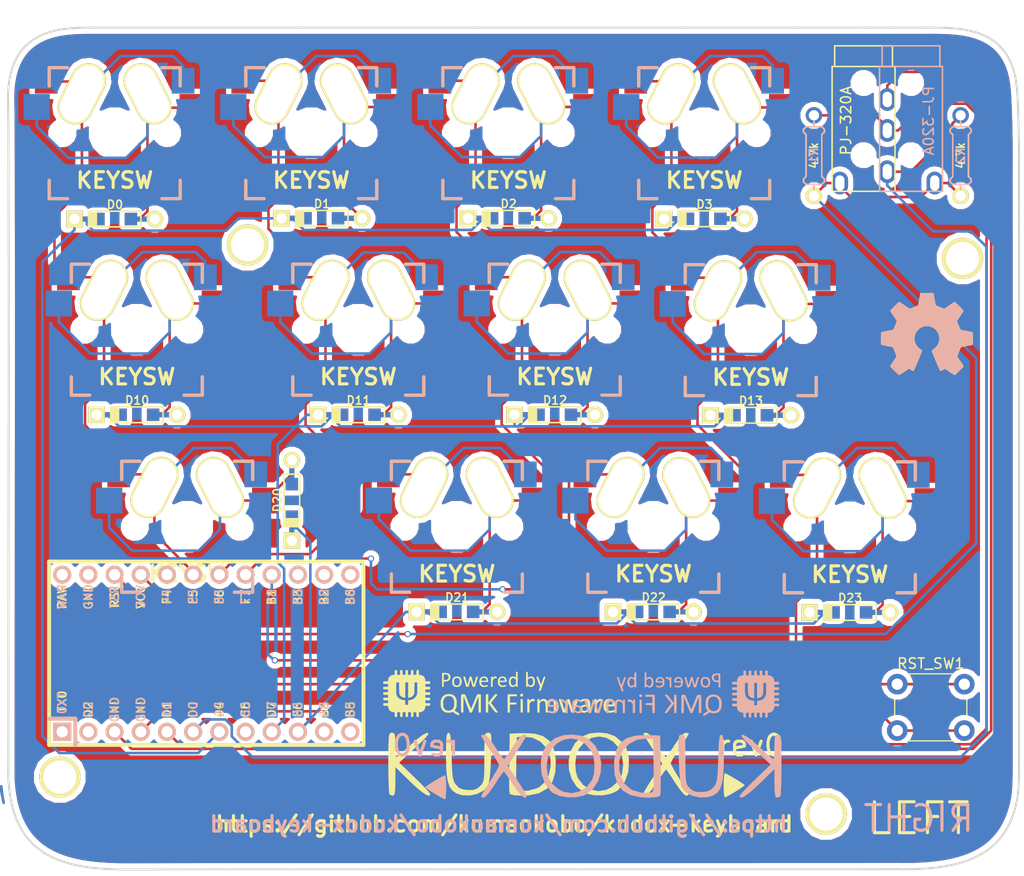
<source format=kicad_pcb>
(kicad_pcb (version 20171130) (host pcbnew "(6.0.0-rc1-dev-1469-g932b9a334)")
  (title_block (title "New keyboard PCB") (date 2019-08-31) (rev 1.0) (comment 1 "designed by x1 and inken") (comment 2 https://github.com/kumaokobo/kudox-keyboard))
  (layers (0 F.Cu signal) (31 B.Cu signal) (34 B.Paste user) (35 F.Paste user) (36 B.SilkS user) (37 F.SilkS user) (38 B.Mask user) (39 F.Mask user) (44 Edge.Cuts user))
  (net 0 "")
  (net 1 "Net-(D0-Pad2)")
  (net 2 row0)
  (net 3 "Net-(D1-Pad2)")
  (net 4 "Net-(D2-Pad2)")
  (net 5 "Net-(D3-Pad2)")
  (net 6 "Net-(D10-Pad2)")
  (net 7 row1)
  (net 8 "Net-(D11-Pad2)")
  (net 9 "Net-(D12-Pad2)")
  (net 10 "Net-(D13-Pad2)")
  (net 11 "Net-(D20-Pad2)")
  (net 12 row2)
  (net 13 "Net-(D21-Pad2)")
  (net 14 "Net-(D22-Pad2)")
  (net 15 "Net-(D23-Pad2)")
  (net 16 row3)
  (net 17 row4)
  (net 18 col0)
  (net 19 col1)
  (net 20 col2)
  (net 21 col3)
  (net 22 col4)
  (net 23 col5)
  (net 24 col6)
  (net 25 VCC)
  (net 26 SDA)
  (net 27 SCL)
  (net 28 rgb_data)
  (net 29 GND)
  (net 30 RST)
  (net 31 "Net-(U1-Pad2)")
  (net 32 "Net-(U1-Pad8)")
  (net 33 "Net-(U1-Pad20)")
  (net 34 "Net-(U1-Pad24)")
  (module new_pcb_footprints:Mx_hotswappable_oval (layer F.Cu) (at 111.18 60.93)
    (fp_text reference K1 hide)
    (fp_text value KEYSW (at 0 4.572) (layer F.SilkS) (effects (font (size 1.524 1.524) (thickness 0.3048))))
    (pad 2 thru_hole oval (at 3.18 -3.81 26.8) (size 3.4 6.232) (drill oval 3 5.832) (layers *.Cu *.Mask F.SilkS) (net 3 "Net-(D1-Pad2)"))
    (pad 1 thru_hole oval (at -3.18 -3.81 333.2) (size 3.4 6.232) (drill oval 3 5.832) (layers *.Cu *.Mask F.SilkS) (net 19 col1))
    (pad 1 smd rect (at 6.64 -5.08) (size 2.2 2.5) (layers B.Cu B.Paste B.Mask) (net 19 col1))
    (pad "" np_thru_hole circle (at 0 0) (size 3.9878 3.9878) (drill 3.9878) (layers *.Cu *.Mask))
    (pad "" np_thru_hole circle (at 5.08 0) (size 1.7018 1.7018) (drill 1.7018) (layers *.Cu *.Mask))
    (pad "" np_thru_hole circle (at -5.08 0) (size 1.7018 1.7018) (drill 1.7018) (layers *.Cu *.Mask))
    (pad 2 smd rect (at -7.56 -2.54) (size 2.55 2.5) (layers B.Cu B.Paste B.Mask) (net 3 "Net-(D1-Pad2)"))
    (pad 1 smd rect (at -6.64 -5.08) (size 2.2 2.5) (layers F.Cu F.Paste F.Mask) (net 19 col1))
    (pad 2 smd rect (at 7.56 -2.54) (size 2.55 2.5) (layers F.Cu F.Paste F.Mask) (net 3 "Net-(D1-Pad2)"))
  )
  (module new_pcb_footprints:Mx_hotswappable_oval (layer F.Cu) (at 130.29 60.93)
    (fp_text reference K2 hide)
    (fp_text value KEYSW (at 0 4.572) (layer F.SilkS) (effects (font (size 1.524 1.524) (thickness 0.3048))))
    (pad 2 thru_hole oval (at 3.18 -3.81 26.8) (size 3.4 6.232) (drill oval 3 5.832) (layers *.Cu *.Mask F.SilkS) (net 4 "Net-(D2-Pad2)"))
    (pad 1 thru_hole oval (at -3.18 -3.81 333.2) (size 3.4 6.232) (drill oval 3 5.832) (layers *.Cu *.Mask F.SilkS) (net 20 col2))
    (pad 1 smd rect (at 6.64 -5.08) (size 2.2 2.5) (layers B.Cu B.Paste B.Mask) (net 20 col2))
    (pad "" np_thru_hole circle (at 0 0) (size 3.9878 3.9878) (drill 3.9878) (layers *.Cu *.Mask))
    (pad "" np_thru_hole circle (at 5.08 0) (size 1.7018 1.7018) (drill 1.7018) (layers *.Cu *.Mask))
    (pad "" np_thru_hole circle (at -5.08 0) (size 1.7018 1.7018) (drill 1.7018) (layers *.Cu *.Mask))
    (pad 2 smd rect (at -7.56 -2.54) (size 2.55 2.5) (layers B.Cu B.Paste B.Mask) (net 4 "Net-(D2-Pad2)"))
    (pad 1 smd rect (at -6.64 -5.08) (size 2.2 2.5) (layers F.Cu F.Paste F.Mask) (net 20 col2))
    (pad 2 smd rect (at 7.56 -2.54) (size 2.55 2.5) (layers F.Cu F.Paste F.Mask) (net 4 "Net-(D2-Pad2)"))
  )
  (module new_pcb_footprints:Mx_hotswappable_oval (layer F.Cu) (at 149.28 60.93)
    (fp_text reference K3 hide)
    (fp_text value KEYSW (at 0 4.572) (layer F.SilkS) (effects (font (size 1.524 1.524) (thickness 0.3048))))
    (pad 2 thru_hole oval (at 3.18 -3.81 26.8) (size 3.4 6.232) (drill oval 3 5.832) (layers *.Cu *.Mask F.SilkS) (net 5 "Net-(D3-Pad2)"))
    (pad 1 thru_hole oval (at -3.18 -3.81 333.2) (size 3.4 6.232) (drill oval 3 5.832) (layers *.Cu *.Mask F.SilkS) (net 21 col3))
    (pad 1 smd rect (at 6.64 -5.08) (size 2.2 2.5) (layers B.Cu B.Paste B.Mask) (net 21 col3))
    (pad "" np_thru_hole circle (at 0 0) (size 3.9878 3.9878) (drill 3.9878) (layers *.Cu *.Mask))
    (pad "" np_thru_hole circle (at 5.08 0) (size 1.7018 1.7018) (drill 1.7018) (layers *.Cu *.Mask))
    (pad "" np_thru_hole circle (at -5.08 0) (size 1.7018 1.7018) (drill 1.7018) (layers *.Cu *.Mask))
    (pad 2 smd rect (at -7.56 -2.54) (size 2.55 2.5) (layers B.Cu B.Paste B.Mask) (net 5 "Net-(D3-Pad2)"))
    (pad 1 smd rect (at -6.64 -5.08) (size 2.2 2.5) (layers F.Cu F.Paste F.Mask) (net 21 col3))
    (pad 2 smd rect (at 7.56 -2.54) (size 2.55 2.5) (layers F.Cu F.Paste F.Mask) (net 5 "Net-(D3-Pad2)"))
  )
  (module new_pcb_footprints:Mx_hotswappable_oval (layer F.Cu) (at 115.74 79.985)
    (fp_text reference K11 hide)
    (fp_text value KEYSW (at 0 4.572) (layer F.SilkS) (effects (font (size 1.524 1.524) (thickness 0.3048))))
    (pad 2 thru_hole oval (at 3.18 -3.81 26.8) (size 3.4 6.232) (drill oval 3 5.832) (layers *.Cu *.Mask F.SilkS) (net 8 "Net-(D11-Pad2)"))
    (pad 1 thru_hole oval (at -3.18 -3.81 333.2) (size 3.4 6.232) (drill oval 3 5.832) (layers *.Cu *.Mask F.SilkS) (net 19 col1))
    (pad 1 smd rect (at 6.64 -5.08) (size 2.2 2.5) (layers B.Cu B.Paste B.Mask) (net 19 col1))
    (pad "" np_thru_hole circle (at 0 0) (size 3.9878 3.9878) (drill 3.9878) (layers *.Cu *.Mask))
    (pad "" np_thru_hole circle (at 5.08 0) (size 1.7018 1.7018) (drill 1.7018) (layers *.Cu *.Mask))
    (pad "" np_thru_hole circle (at -5.08 0) (size 1.7018 1.7018) (drill 1.7018) (layers *.Cu *.Mask))
    (pad 2 smd rect (at -7.56 -2.54) (size 2.55 2.5) (layers B.Cu B.Paste B.Mask) (net 8 "Net-(D11-Pad2)"))
    (pad 1 smd rect (at -6.64 -5.08) (size 2.2 2.5) (layers F.Cu F.Paste F.Mask) (net 19 col1))
    (pad 2 smd rect (at 7.56 -2.54) (size 2.55 2.5) (layers F.Cu F.Paste F.Mask) (net 8 "Net-(D11-Pad2)"))
  )
  (module new_pcb_footprints:Mx_hotswappable_oval (layer F.Cu) (at 153.79 80.03)
    (fp_text reference K13 hide)
    (fp_text value KEYSW (at 0 4.572) (layer F.SilkS) (effects (font (size 1.524 1.524) (thickness 0.3048))))
    (pad 2 thru_hole oval (at 3.18 -3.81 26.8) (size 3.4 6.232) (drill oval 3 5.832) (layers *.Cu *.Mask F.SilkS) (net 10 "Net-(D13-Pad2)"))
    (pad 1 thru_hole oval (at -3.18 -3.81 333.2) (size 3.4 6.232) (drill oval 3 5.832) (layers *.Cu *.Mask F.SilkS) (net 21 col3))
    (pad 1 smd rect (at 6.64 -5.08) (size 2.2 2.5) (layers B.Cu B.Paste B.Mask) (net 21 col3))
    (pad "" np_thru_hole circle (at 0 0) (size 3.9878 3.9878) (drill 3.9878) (layers *.Cu *.Mask))
    (pad "" np_thru_hole circle (at 5.08 0) (size 1.7018 1.7018) (drill 1.7018) (layers *.Cu *.Mask))
    (pad "" np_thru_hole circle (at -5.08 0) (size 1.7018 1.7018) (drill 1.7018) (layers *.Cu *.Mask))
    (pad 2 smd rect (at -7.56 -2.54) (size 2.55 2.5) (layers B.Cu B.Paste B.Mask) (net 10 "Net-(D13-Pad2)"))
    (pad 1 smd rect (at -6.64 -5.08) (size 2.2 2.5) (layers F.Cu F.Paste F.Mask) (net 21 col3))
    (pad 2 smd rect (at 7.56 -2.54) (size 2.55 2.5) (layers F.Cu F.Paste F.Mask) (net 10 "Net-(D13-Pad2)"))
  )
  (module new_pcb_footprints:Mx_hotswappable_oval (layer F.Cu) (at 125.3 99.095)
    (fp_text reference K21 hide)
    (fp_text value KEYSW (at 0 4.572) (layer F.SilkS) (effects (font (size 1.524 1.524) (thickness 0.3048))))
    (pad 2 thru_hole oval (at 3.18 -3.81 26.8) (size 3.4 6.232) (drill oval 3 5.832) (layers *.Cu *.Mask F.SilkS) (net 13 "Net-(D21-Pad2)"))
    (pad 1 thru_hole oval (at -3.18 -3.81 333.2) (size 3.4 6.232) (drill oval 3 5.832) (layers *.Cu *.Mask F.SilkS) (net 19 col1))
    (pad 1 smd rect (at 6.64 -5.08) (size 2.2 2.5) (layers B.Cu B.Paste B.Mask) (net 19 col1))
    (pad "" np_thru_hole circle (at 0 0) (size 3.9878 3.9878) (drill 3.9878) (layers *.Cu *.Mask))
    (pad "" np_thru_hole circle (at 5.08 0) (size 1.7018 1.7018) (drill 1.7018) (layers *.Cu *.Mask))
    (pad "" np_thru_hole circle (at -5.08 0) (size 1.7018 1.7018) (drill 1.7018) (layers *.Cu *.Mask))
    (pad 2 smd rect (at -7.56 -2.54) (size 2.55 2.5) (layers B.Cu B.Paste B.Mask) (net 13 "Net-(D21-Pad2)"))
    (pad 1 smd rect (at -6.64 -5.08) (size 2.2 2.5) (layers F.Cu F.Paste F.Mask) (net 19 col1))
    (pad 2 smd rect (at 7.56 -2.54) (size 2.55 2.5) (layers F.Cu F.Paste F.Mask) (net 13 "Net-(D21-Pad2)"))
  )
  (module new_pcb_footprints:Mx_hotswappable_oval (layer F.Cu) (at 144.35 99.1)
    (fp_text reference K22 hide)
    (fp_text value KEYSW (at 0 4.572) (layer F.SilkS) (effects (font (size 1.524 1.524) (thickness 0.3048))))
    (pad 2 thru_hole oval (at 3.18 -3.81 26.8) (size 3.4 6.232) (drill oval 3 5.832) (layers *.Cu *.Mask F.SilkS) (net 14 "Net-(D22-Pad2)"))
    (pad 1 thru_hole oval (at -3.18 -3.81 333.2) (size 3.4 6.232) (drill oval 3 5.832) (layers *.Cu *.Mask F.SilkS) (net 20 col2))
    (pad 1 smd rect (at 6.64 -5.08) (size 2.2 2.5) (layers B.Cu B.Paste B.Mask) (net 20 col2))
    (pad "" np_thru_hole circle (at 0 0) (size 3.9878 3.9878) (drill 3.9878) (layers *.Cu *.Mask))
    (pad "" np_thru_hole circle (at 5.08 0) (size 1.7018 1.7018) (drill 1.7018) (layers *.Cu *.Mask))
    (pad "" np_thru_hole circle (at -5.08 0) (size 1.7018 1.7018) (drill 1.7018) (layers *.Cu *.Mask))
    (pad 2 smd rect (at -7.56 -2.54) (size 2.55 2.5) (layers B.Cu B.Paste B.Mask) (net 14 "Net-(D22-Pad2)"))
    (pad 1 smd rect (at -6.64 -5.08) (size 2.2 2.5) (layers F.Cu F.Paste F.Mask) (net 20 col2))
    (pad 2 smd rect (at 7.56 -2.54) (size 2.55 2.5) (layers F.Cu F.Paste F.Mask) (net 14 "Net-(D22-Pad2)"))
  )
  (module new_pcb_footprints:Mx_hotswappable_oval (layer F.Cu) (at 163.4 99.15)
    (fp_text reference K23 hide)
    (fp_text value KEYSW (at 0 4.572) (layer F.SilkS) (effects (font (size 1.524 1.524) (thickness 0.3048))))
    (pad 2 thru_hole oval (at 3.18 -3.81 26.8) (size 3.4 6.232) (drill oval 3 5.832) (layers *.Cu *.Mask F.SilkS) (net 15 "Net-(D23-Pad2)"))
    (pad 1 thru_hole oval (at -3.18 -3.81 333.2) (size 3.4 6.232) (drill oval 3 5.832) (layers *.Cu *.Mask F.SilkS) (net 21 col3))
    (pad 1 smd rect (at 6.64 -5.08) (size 2.2 2.5) (layers B.Cu B.Paste B.Mask) (net 21 col3))
    (pad "" np_thru_hole circle (at 0 0) (size 3.9878 3.9878) (drill 3.9878) (layers *.Cu *.Mask))
    (pad "" np_thru_hole circle (at 5.08 0) (size 1.7018 1.7018) (drill 1.7018) (layers *.Cu *.Mask))
    (pad "" np_thru_hole circle (at -5.08 0) (size 1.7018 1.7018) (drill 1.7018) (layers *.Cu *.Mask))
    (pad 2 smd rect (at -7.56 -2.54) (size 2.55 2.5) (layers B.Cu B.Paste B.Mask) (net 15 "Net-(D23-Pad2)"))
    (pad 1 smd rect (at -6.64 -5.08) (size 2.2 2.5) (layers F.Cu F.Paste F.Mask) (net 21 col3))
    (pad 2 smd rect (at 7.56 -2.54) (size 2.55 2.5) (layers F.Cu F.Paste F.Mask) (net 15 "Net-(D23-Pad2)"))
  )
  (module new_pcb_footprints:Mx_hotswappable_oval (layer F.Cu) (at 94.27 79.985)
    (fp_text reference K10 hide)
    (fp_text value KEYSW (at 0 4.572) (layer F.SilkS) (effects (font (size 1.524 1.524) (thickness 0.3048))))
    (pad 2 thru_hole oval (at 3.18 -3.81 26.8) (size 3.4 6.232) (drill oval 3 5.832) (layers *.Cu *.Mask F.SilkS) (net 6 "Net-(D10-Pad2)"))
    (pad 1 thru_hole oval (at -3.18 -3.81 333.2) (size 3.4 6.232) (drill oval 3 5.832) (layers *.Cu *.Mask F.SilkS) (net 18 col0))
    (pad 1 smd rect (at 6.64 -5.08) (size 2.2 2.5) (layers B.Cu B.Paste B.Mask) (net 18 col0))
    (pad "" np_thru_hole circle (at 0 0) (size 3.9878 3.9878) (drill 3.9878) (layers *.Cu *.Mask))
    (pad "" np_thru_hole circle (at 5.08 0) (size 1.7018 1.7018) (drill 1.7018) (layers *.Cu *.Mask))
    (pad "" np_thru_hole circle (at -5.08 0) (size 1.7018 1.7018) (drill 1.7018) (layers *.Cu *.Mask))
    (pad 2 smd rect (at -7.56 -2.54) (size 2.55 2.5) (layers B.Cu B.Paste B.Mask) (net 6 "Net-(D10-Pad2)"))
    (pad 1 smd rect (at -6.64 -5.08) (size 2.2 2.5) (layers F.Cu F.Paste F.Mask) (net 18 col0))
    (pad 2 smd rect (at 7.56 -2.54) (size 2.55 2.5) (layers F.Cu F.Paste F.Mask) (net 6 "Net-(D10-Pad2)"))
  )
  (module new_pcb_footprints:Mx_hotswappable_oval (layer F.Cu) (at 99.15 99.095)
    (fp_text reference K20 hide)
    (fp_text value KEYSW (at 0 4.572) (layer F.SilkS) (effects (font (size 1.524 1.524) (thickness 0.3048))))
    (pad 2 thru_hole oval (at 3.18 -3.81 26.8) (size 3.4 6.232) (drill oval 3 5.832) (layers *.Cu *.Mask F.SilkS) (net 11 "Net-(D20-Pad2)"))
    (pad 1 thru_hole oval (at -3.18 -3.81 333.2) (size 3.4 6.232) (drill oval 3 5.832) (layers *.Cu *.Mask F.SilkS) (net 18 col0))
    (pad 1 smd rect (at 6.64 -5.08) (size 2.2 2.5) (layers B.Cu B.Paste B.Mask) (net 18 col0))
    (pad "" np_thru_hole circle (at 0 0) (size 3.9878 3.9878) (drill 3.9878) (layers *.Cu *.Mask))
    (pad "" np_thru_hole circle (at 5.08 0) (size 1.7018 1.7018) (drill 1.7018) (layers *.Cu *.Mask))
    (pad "" np_thru_hole circle (at -5.08 0) (size 1.7018 1.7018) (drill 1.7018) (layers *.Cu *.Mask))
    (pad 2 smd rect (at -7.56 -2.54) (size 2.55 2.5) (layers B.Cu B.Paste B.Mask) (net 11 "Net-(D20-Pad2)"))
    (pad 1 smd rect (at -6.64 -5.08) (size 2.2 2.5) (layers F.Cu F.Paste F.Mask) (net 18 col0))
    (pad 2 smd rect (at 7.56 -2.54) (size 2.55 2.5) (layers F.Cu F.Paste F.Mask) (net 11 "Net-(D20-Pad2)"))
  )
  (module new_pcb_footprints:Mx_hotswappable_oval (layer F.Cu) (at 134.79 79.98)
    (fp_text reference K12 hide)
    (fp_text value KEYSW (at 0 4.572) (layer F.SilkS) (effects (font (size 1.524 1.524) (thickness 0.3048))))
    (pad 2 thru_hole oval (at 3.18 -3.81 26.8) (size 3.4 6.232) (drill oval 3 5.832) (layers *.Cu *.Mask F.SilkS) (net 9 "Net-(D12-Pad2)"))
    (pad 1 thru_hole oval (at -3.18 -3.81 333.2) (size 3.4 6.232) (drill oval 3 5.832) (layers *.Cu *.Mask F.SilkS) (net 20 col2))
    (pad 1 smd rect (at 6.64 -5.08) (size 2.2 2.5) (layers B.Cu B.Paste B.Mask) (net 20 col2))
    (pad "" np_thru_hole circle (at 0 0) (size 3.9878 3.9878) (drill 3.9878) (layers *.Cu *.Mask))
    (pad "" np_thru_hole circle (at 5.08 0) (size 1.7018 1.7018) (drill 1.7018) (layers *.Cu *.Mask))
    (pad "" np_thru_hole circle (at -5.08 0) (size 1.7018 1.7018) (drill 1.7018) (layers *.Cu *.Mask))
    (pad 2 smd rect (at -7.56 -2.54) (size 2.55 2.5) (layers B.Cu B.Paste B.Mask) (net 9 "Net-(D12-Pad2)"))
    (pad 1 smd rect (at -6.64 -5.08) (size 2.2 2.5) (layers F.Cu F.Paste F.Mask) (net 20 col2))
    (pad 2 smd rect (at 7.56 -2.54) (size 2.55 2.5) (layers F.Cu F.Paste F.Mask) (net 9 "Net-(D12-Pad2)"))
  )
  (module new_pcb_footprints:Mx_hotswappable_oval (layer F.Cu) (at 92.12 60.93)
    (fp_text reference K0 hide)
    (fp_text value KEYSW (at 0 4.572) (layer F.SilkS) (effects (font (size 1.524 1.524) (thickness 0.3048))))
    (pad 2 thru_hole oval (at 3.18 -3.81 26.8) (size 3.4 6.232) (drill oval 3 5.832) (layers *.Cu *.Mask F.SilkS) (net 1 "Net-(D0-Pad2)"))
    (pad 1 thru_hole oval (at -3.18 -3.81 333.2) (size 3.4 6.232) (drill oval 3 5.832) (layers *.Cu *.Mask F.SilkS) (net 18 col0))
    (pad 1 smd rect (at 6.64 -5.08) (size 2.2 2.5) (layers B.Cu B.Paste B.Mask) (net 18 col0))
    (pad "" np_thru_hole circle (at 0 0) (size 3.9878 3.9878) (drill 3.9878) (layers *.Cu *.Mask))
    (pad "" np_thru_hole circle (at 5.08 0) (size 1.7018 1.7018) (drill 1.7018) (layers *.Cu *.Mask))
    (pad "" np_thru_hole circle (at -5.08 0) (size 1.7018 1.7018) (drill 1.7018) (layers *.Cu *.Mask))
    (pad 2 smd rect (at -7.56 -2.54) (size 2.55 2.5) (layers B.Cu B.Paste B.Mask) (net 1 "Net-(D0-Pad2)"))
    (pad 1 smd rect (at -6.64 -5.08) (size 2.2 2.5) (layers F.Cu F.Paste F.Mask) (net 18 col0))
    (pad 2 smd rect (at 7.56 -2.54) (size 2.55 2.5) (layers F.Cu F.Paste F.Mask) (net 1 "Net-(D0-Pad2)"))
  )
  (module keyboard_parts:HOLE_M3 (layer F.Cu) (at 161.1 126.95)
    (fp_text reference HOLE_M3 hide)
    (fp_text value VAL** hide)
    (pad 1 thru_hole circle (at 0 0) (size 4 4) (drill 3.2) (layers *.Cu *.Mask F.SilkS))
  )
  (module keyboard_parts:HOLE_M3 (layer F.Cu) (at 174.33 73.08)
    (fp_text reference HOLE_M3 hide)
    (fp_text value VAL** hide)
    (pad 1 thru_hole circle (at 0 0) (size 4 4) (drill 3.2) (layers *.Cu *.Mask F.SilkS))
  )
  (module Symbols:OSHW-Symbol_8.9x8mm_SilkScreen (layer B.Cu) (at 170.87 80.43 180)
    (fp_text reference REF*** hide)
    (fp_text value OSHW-Logo2_14.6x12mm_SilkScreen hide)
  )
  (module new_pcb_footprints:kudox-logo (layer B.Cu) (at 139.5 122.31 180)
    (fp_text reference G*** hide)
    (fp_text value LOGO hide)
  )
  (module new_pcb_footprints:kudox-logo (layer F.Cu) (at 135.928678 122.118271)
    (fp_text reference G*** hide)
    (fp_text value LOGO hide)
  )
  (module Keebio-Parts:Diode-dual (layer F.Cu) (at 92.12 69.26 180)
    (fp_text reference D0 (at -0.0254 1.4 180) (layer F.SilkS) (effects (font (size 0.8 0.8))))
    (fp_text value D hide)
    (pad 2 smd rect (at -2.7 0 180) (size 2.5 0.5) (layers B.Cu) (net 1 "Net-(D0-Pad2)"))
    (pad 2 smd rect (at -1.575 0 180) (size 1.2 1.2) (layers B.Cu B.Paste B.Mask) (net 1 "Net-(D0-Pad2)"))
    (pad 1 smd rect (at 1.575 0 180) (size 1.2 1.2) (layers B.Cu B.Paste B.Mask) (net 2 row0))
    (pad 1 smd rect (at 2.7 0 180) (size 2.5 0.5) (layers B.Cu) (net 2 row0))
    (pad 1 smd rect (at 1.575 0 180) (size 1.2 1.2) (layers F.Cu F.Paste F.Mask) (net 2 row0))
    (pad 2 smd rect (at -1.575 0 180) (size 1.2 1.2) (layers F.Cu F.Paste F.Mask) (net 1 "Net-(D0-Pad2)"))
    (pad 2 thru_hole circle (at -3.9 0 180) (size 1.6 1.6) (drill 1) (layers *.Cu *.Mask F.SilkS) (net 1 "Net-(D0-Pad2)"))
    (pad 1 thru_hole rect (at 3.9 0 180) (size 1.6 1.6) (drill 1) (layers *.Cu *.Mask F.SilkS) (net 2 row0))
    (pad 2 smd rect (at -2.7 0 180) (size 2.5 0.5) (layers F.Cu) (net 1 "Net-(D0-Pad2)"))
    (pad 1 smd rect (at 2.7 0 180) (size 2.5 0.5) (layers F.Cu) (net 2 row0))
  )
  (module Keebio-Parts:Diode-dual (layer F.Cu) (at 112.2 69.19 180)
    (fp_text reference D1 (at -0.0254 1.4 180) (layer F.SilkS) (effects (font (size 0.8 0.8))))
    (fp_text value D hide)
    (pad 2 smd rect (at -2.7 0 180) (size 2.5 0.5) (layers B.Cu) (net 3 "Net-(D1-Pad2)"))
    (pad 2 smd rect (at -1.575 0 180) (size 1.2 1.2) (layers B.Cu B.Paste B.Mask) (net 3 "Net-(D1-Pad2)"))
    (pad 1 smd rect (at 1.575 0 180) (size 1.2 1.2) (layers B.Cu B.Paste B.Mask) (net 2 row0))
    (pad 1 smd rect (at 2.7 0 180) (size 2.5 0.5) (layers B.Cu) (net 2 row0))
    (pad 1 smd rect (at 1.575 0 180) (size 1.2 1.2) (layers F.Cu F.Paste F.Mask) (net 2 row0))
    (pad 2 smd rect (at -1.575 0 180) (size 1.2 1.2) (layers F.Cu F.Paste F.Mask) (net 3 "Net-(D1-Pad2)"))
    (pad 2 thru_hole circle (at -3.9 0 180) (size 1.6 1.6) (drill 1) (layers *.Cu *.Mask F.SilkS) (net 3 "Net-(D1-Pad2)"))
    (pad 1 thru_hole rect (at 3.9 0 180) (size 1.6 1.6) (drill 1) (layers *.Cu *.Mask F.SilkS) (net 2 row0))
    (pad 2 smd rect (at -2.7 0 180) (size 2.5 0.5) (layers F.Cu) (net 3 "Net-(D1-Pad2)"))
    (pad 1 smd rect (at 2.7 0 180) (size 2.5 0.5) (layers F.Cu) (net 2 row0))
  )
  (module Keebio-Parts:Diode-dual (layer F.Cu) (at 130.29 69.185 180)
    (fp_text reference D2 (at -0.0254 1.4 180) (layer F.SilkS) (effects (font (size 0.8 0.8))))
    (fp_text value D hide)
    (pad 2 smd rect (at -2.7 0 180) (size 2.5 0.5) (layers B.Cu) (net 4 "Net-(D2-Pad2)"))
    (pad 2 smd rect (at -1.575 0 180) (size 1.2 1.2) (layers B.Cu B.Paste B.Mask) (net 4 "Net-(D2-Pad2)"))
    (pad 1 smd rect (at 1.575 0 180) (size 1.2 1.2) (layers B.Cu B.Paste B.Mask) (net 2 row0))
    (pad 1 smd rect (at 2.7 0 180) (size 2.5 0.5) (layers B.Cu) (net 2 row0))
    (pad 1 smd rect (at 1.575 0 180) (size 1.2 1.2) (layers F.Cu F.Paste F.Mask) (net 2 row0))
    (pad 2 smd rect (at -1.575 0 180) (size 1.2 1.2) (layers F.Cu F.Paste F.Mask) (net 4 "Net-(D2-Pad2)"))
    (pad 2 thru_hole circle (at -3.9 0 180) (size 1.6 1.6) (drill 1) (layers *.Cu *.Mask F.SilkS) (net 4 "Net-(D2-Pad2)"))
    (pad 1 thru_hole rect (at 3.9 0 180) (size 1.6 1.6) (drill 1) (layers *.Cu *.Mask F.SilkS) (net 2 row0))
    (pad 2 smd rect (at -2.7 0 180) (size 2.5 0.5) (layers F.Cu) (net 4 "Net-(D2-Pad2)"))
    (pad 1 smd rect (at 2.7 0 180) (size 2.5 0.5) (layers F.Cu) (net 2 row0))
  )
  (module Keebio-Parts:Diode-dual (layer F.Cu) (at 149.28 69.235 180)
    (fp_text reference D3 (at -0.0254 1.4 180) (layer F.SilkS) (effects (font (size 0.8 0.8))))
    (fp_text value D hide)
    (pad 2 smd rect (at -2.7 0 180) (size 2.5 0.5) (layers B.Cu) (net 5 "Net-(D3-Pad2)"))
    (pad 2 smd rect (at -1.575 0 180) (size 1.2 1.2) (layers B.Cu B.Paste B.Mask) (net 5 "Net-(D3-Pad2)"))
    (pad 1 smd rect (at 1.575 0 180) (size 1.2 1.2) (layers B.Cu B.Paste B.Mask) (net 2 row0))
    (pad 1 smd rect (at 2.7 0 180) (size 2.5 0.5) (layers B.Cu) (net 2 row0))
    (pad 1 smd rect (at 1.575 0 180) (size 1.2 1.2) (layers F.Cu F.Paste F.Mask) (net 2 row0))
    (pad 2 smd rect (at -1.575 0 180) (size 1.2 1.2) (layers F.Cu F.Paste F.Mask) (net 5 "Net-(D3-Pad2)"))
    (pad 2 thru_hole circle (at -3.9 0 180) (size 1.6 1.6) (drill 1) (layers *.Cu *.Mask F.SilkS) (net 5 "Net-(D3-Pad2)"))
    (pad 1 thru_hole rect (at 3.9 0 180) (size 1.6 1.6) (drill 1) (layers *.Cu *.Mask F.SilkS) (net 2 row0))
    (pad 2 smd rect (at -2.7 0 180) (size 2.5 0.5) (layers F.Cu) (net 5 "Net-(D3-Pad2)"))
    (pad 1 smd rect (at 2.7 0 180) (size 2.5 0.5) (layers F.Cu) (net 2 row0))
  )
  (module Keebio-Parts:Diode-dual (layer F.Cu) (at 94.27 88.24 180)
    (fp_text reference D10 (at -0.0254 1.4 180) (layer F.SilkS) (effects (font (size 0.8 0.8))))
    (fp_text value D hide)
    (pad 2 smd rect (at -2.7 0 180) (size 2.5 0.5) (layers B.Cu) (net 6 "Net-(D10-Pad2)"))
    (pad 2 smd rect (at -1.575 0 180) (size 1.2 1.2) (layers B.Cu B.Paste B.Mask) (net 6 "Net-(D10-Pad2)"))
    (pad 1 smd rect (at 1.575 0 180) (size 1.2 1.2) (layers B.Cu B.Paste B.Mask) (net 7 row1))
    (pad 1 smd rect (at 2.7 0 180) (size 2.5 0.5) (layers B.Cu) (net 7 row1))
    (pad 1 smd rect (at 1.575 0 180) (size 1.2 1.2) (layers F.Cu F.Paste F.Mask) (net 7 row1))
    (pad 2 smd rect (at -1.575 0 180) (size 1.2 1.2) (layers F.Cu F.Paste F.Mask) (net 6 "Net-(D10-Pad2)"))
    (pad 2 thru_hole circle (at -3.9 0 180) (size 1.6 1.6) (drill 1) (layers *.Cu *.Mask F.SilkS) (net 6 "Net-(D10-Pad2)"))
    (pad 1 thru_hole rect (at 3.9 0 180) (size 1.6 1.6) (drill 1) (layers *.Cu *.Mask F.SilkS) (net 7 row1))
    (pad 2 smd rect (at -2.7 0 180) (size 2.5 0.5) (layers F.Cu) (net 6 "Net-(D10-Pad2)"))
    (pad 1 smd rect (at 2.7 0 180) (size 2.5 0.5) (layers F.Cu) (net 7 row1))
  )
  (module Keebio-Parts:Diode-dual (layer F.Cu) (at 115.74 88.24 180)
    (fp_text reference D11 (at -0.0254 1.4 180) (layer F.SilkS) (effects (font (size 0.8 0.8))))
    (fp_text value D hide)
    (pad 2 smd rect (at -2.7 0 180) (size 2.5 0.5) (layers B.Cu) (net 8 "Net-(D11-Pad2)"))
    (pad 2 smd rect (at -1.575 0 180) (size 1.2 1.2) (layers B.Cu B.Paste B.Mask) (net 8 "Net-(D11-Pad2)"))
    (pad 1 smd rect (at 1.575 0 180) (size 1.2 1.2) (layers B.Cu B.Paste B.Mask) (net 7 row1))
    (pad 1 smd rect (at 2.7 0 180) (size 2.5 0.5) (layers B.Cu) (net 7 row1))
    (pad 1 smd rect (at 1.575 0 180) (size 1.2 1.2) (layers F.Cu F.Paste F.Mask) (net 7 row1))
    (pad 2 smd rect (at -1.575 0 180) (size 1.2 1.2) (layers F.Cu F.Paste F.Mask) (net 8 "Net-(D11-Pad2)"))
    (pad 2 thru_hole circle (at -3.9 0 180) (size 1.6 1.6) (drill 1) (layers *.Cu *.Mask F.SilkS) (net 8 "Net-(D11-Pad2)"))
    (pad 1 thru_hole rect (at 3.9 0 180) (size 1.6 1.6) (drill 1) (layers *.Cu *.Mask F.SilkS) (net 7 row1))
    (pad 2 smd rect (at -2.7 0 180) (size 2.5 0.5) (layers F.Cu) (net 8 "Net-(D11-Pad2)"))
    (pad 1 smd rect (at 2.7 0 180) (size 2.5 0.5) (layers F.Cu) (net 7 row1))
  )
  (module Keebio-Parts:Diode-dual (layer F.Cu) (at 134.79 88.235 180)
    (fp_text reference D12 (at -0.0254 1.4 180) (layer F.SilkS) (effects (font (size 0.8 0.8))))
    (fp_text value D hide)
    (pad 2 smd rect (at -2.7 0 180) (size 2.5 0.5) (layers B.Cu) (net 9 "Net-(D12-Pad2)"))
    (pad 2 smd rect (at -1.575 0 180) (size 1.2 1.2) (layers B.Cu B.Paste B.Mask) (net 9 "Net-(D12-Pad2)"))
    (pad 1 smd rect (at 1.575 0 180) (size 1.2 1.2) (layers B.Cu B.Paste B.Mask) (net 7 row1))
    (pad 1 smd rect (at 2.7 0 180) (size 2.5 0.5) (layers B.Cu) (net 7 row1))
    (pad 1 smd rect (at 1.575 0 180) (size 1.2 1.2) (layers F.Cu F.Paste F.Mask) (net 7 row1))
    (pad 2 smd rect (at -1.575 0 180) (size 1.2 1.2) (layers F.Cu F.Paste F.Mask) (net 9 "Net-(D12-Pad2)"))
    (pad 2 thru_hole circle (at -3.9 0 180) (size 1.6 1.6) (drill 1) (layers *.Cu *.Mask F.SilkS) (net 9 "Net-(D12-Pad2)"))
    (pad 1 thru_hole rect (at 3.9 0 180) (size 1.6 1.6) (drill 1) (layers *.Cu *.Mask F.SilkS) (net 7 row1))
    (pad 2 smd rect (at -2.7 0 180) (size 2.5 0.5) (layers F.Cu) (net 9 "Net-(D12-Pad2)"))
    (pad 1 smd rect (at 2.7 0 180) (size 2.5 0.5) (layers F.Cu) (net 7 row1))
  )
  (module Keebio-Parts:Diode-dual (layer F.Cu) (at 153.79 88.285 180)
    (fp_text reference D13 (at -0.0254 1.4 180) (layer F.SilkS) (effects (font (size 0.8 0.8))))
    (fp_text value D hide)
    (pad 2 smd rect (at -2.7 0 180) (size 2.5 0.5) (layers B.Cu) (net 10 "Net-(D13-Pad2)"))
    (pad 2 smd rect (at -1.575 0 180) (size 1.2 1.2) (layers B.Cu B.Paste B.Mask) (net 10 "Net-(D13-Pad2)"))
    (pad 1 smd rect (at 1.575 0 180) (size 1.2 1.2) (layers B.Cu B.Paste B.Mask) (net 7 row1))
    (pad 1 smd rect (at 2.7 0 180) (size 2.5 0.5) (layers B.Cu) (net 7 row1))
    (pad 1 smd rect (at 1.575 0 180) (size 1.2 1.2) (layers F.Cu F.Paste F.Mask) (net 7 row1))
    (pad 2 smd rect (at -1.575 0 180) (size 1.2 1.2) (layers F.Cu F.Paste F.Mask) (net 10 "Net-(D13-Pad2)"))
    (pad 2 thru_hole circle (at -3.9 0 180) (size 1.6 1.6) (drill 1) (layers *.Cu *.Mask F.SilkS) (net 10 "Net-(D13-Pad2)"))
    (pad 1 thru_hole rect (at 3.9 0 180) (size 1.6 1.6) (drill 1) (layers *.Cu *.Mask F.SilkS) (net 7 row1))
    (pad 2 smd rect (at -2.7 0 180) (size 2.5 0.5) (layers F.Cu) (net 10 "Net-(D13-Pad2)"))
    (pad 1 smd rect (at 2.7 0 180) (size 2.5 0.5) (layers F.Cu) (net 7 row1))
  )
  (module Keebio-Parts:Diode-dual (layer F.Cu) (at 109.3 96.54 270)
    (fp_text reference D20 (at -0.0254 1.4 270) (layer F.SilkS) (effects (font (size 0.8 0.8))))
    (fp_text value D hide)
    (pad 2 smd rect (at -2.7 0 270) (size 2.5 0.5) (layers B.Cu) (net 11 "Net-(D20-Pad2)"))
    (pad 2 smd rect (at -1.575 0 270) (size 1.2 1.2) (layers B.Cu B.Paste B.Mask) (net 11 "Net-(D20-Pad2)"))
    (pad 1 smd rect (at 1.575 0 270) (size 1.2 1.2) (layers B.Cu B.Paste B.Mask) (net 12 row2))
    (pad 1 smd rect (at 2.7 0 270) (size 2.5 0.5) (layers B.Cu) (net 12 row2))
    (pad 1 smd rect (at 1.575 0 270) (size 1.2 1.2) (layers F.Cu F.Paste F.Mask) (net 12 row2))
    (pad 2 smd rect (at -1.575 0 270) (size 1.2 1.2) (layers F.Cu F.Paste F.Mask) (net 11 "Net-(D20-Pad2)"))
    (pad 2 thru_hole circle (at -3.9 0 270) (size 1.6 1.6) (drill 1) (layers *.Cu *.Mask F.SilkS) (net 11 "Net-(D20-Pad2)"))
    (pad 1 thru_hole rect (at 3.9 0 270) (size 1.6 1.6) (drill 1) (layers *.Cu *.Mask F.SilkS) (net 12 row2))
    (pad 2 smd rect (at -2.7 0 270) (size 2.5 0.5) (layers F.Cu) (net 11 "Net-(D20-Pad2)"))
    (pad 1 smd rect (at 2.7 0 270) (size 2.5 0.5) (layers F.Cu) (net 12 row2))
  )
  (module Keebio-Parts:Diode-dual (layer F.Cu) (at 125.3 107.35 180)
    (fp_text reference D21 (at -0.0254 1.4 180) (layer F.SilkS) (effects (font (size 0.8 0.8))))
    (fp_text value D hide)
    (pad 2 smd rect (at -2.7 0 180) (size 2.5 0.5) (layers B.Cu) (net 13 "Net-(D21-Pad2)"))
    (pad 2 smd rect (at -1.575 0 180) (size 1.2 1.2) (layers B.Cu B.Paste B.Mask) (net 13 "Net-(D21-Pad2)"))
    (pad 1 smd rect (at 1.575 0 180) (size 1.2 1.2) (layers B.Cu B.Paste B.Mask) (net 12 row2))
    (pad 1 smd rect (at 2.7 0 180) (size 2.5 0.5) (layers B.Cu) (net 12 row2))
    (pad 1 smd rect (at 1.575 0 180) (size 1.2 1.2) (layers F.Cu F.Paste F.Mask) (net 12 row2))
    (pad 2 smd rect (at -1.575 0 180) (size 1.2 1.2) (layers F.Cu F.Paste F.Mask) (net 13 "Net-(D21-Pad2)"))
    (pad 2 thru_hole circle (at -3.9 0 180) (size 1.6 1.6) (drill 1) (layers *.Cu *.Mask F.SilkS) (net 13 "Net-(D21-Pad2)"))
    (pad 1 thru_hole rect (at 3.9 0 180) (size 1.6 1.6) (drill 1) (layers *.Cu *.Mask F.SilkS) (net 12 row2))
    (pad 2 smd rect (at -2.7 0 180) (size 2.5 0.5) (layers F.Cu) (net 13 "Net-(D21-Pad2)"))
    (pad 1 smd rect (at 2.7 0 180) (size 2.5 0.5) (layers F.Cu) (net 12 row2))
  )
  (module Keebio-Parts:Diode-dual (layer F.Cu) (at 144.35 107.355 180)
    (fp_text reference D22 (at -0.0254 1.4 180) (layer F.SilkS) (effects (font (size 0.8 0.8))))
    (fp_text value D hide)
    (pad 2 smd rect (at -2.7 0 180) (size 2.5 0.5) (layers B.Cu) (net 14 "Net-(D22-Pad2)"))
    (pad 2 smd rect (at -1.575 0 180) (size 1.2 1.2) (layers B.Cu B.Paste B.Mask) (net 14 "Net-(D22-Pad2)"))
    (pad 1 smd rect (at 1.575 0 180) (size 1.2 1.2) (layers B.Cu B.Paste B.Mask) (net 12 row2))
    (pad 1 smd rect (at 2.7 0 180) (size 2.5 0.5) (layers B.Cu) (net 12 row2))
    (pad 1 smd rect (at 1.575 0 180) (size 1.2 1.2) (layers F.Cu F.Paste F.Mask) (net 12 row2))
    (pad 2 smd rect (at -1.575 0 180) (size 1.2 1.2) (layers F.Cu F.Paste F.Mask) (net 14 "Net-(D22-Pad2)"))
    (pad 2 thru_hole circle (at -3.9 0 180) (size 1.6 1.6) (drill 1) (layers *.Cu *.Mask F.SilkS) (net 14 "Net-(D22-Pad2)"))
    (pad 1 thru_hole rect (at 3.9 0 180) (size 1.6 1.6) (drill 1) (layers *.Cu *.Mask F.SilkS) (net 12 row2))
    (pad 2 smd rect (at -2.7 0 180) (size 2.5 0.5) (layers F.Cu) (net 14 "Net-(D22-Pad2)"))
    (pad 1 smd rect (at 2.7 0 180) (size 2.5 0.5) (layers F.Cu) (net 12 row2))
  )
  (module Keebio-Parts:Diode-dual (layer F.Cu) (at 163.4 107.405 180)
    (fp_text reference D23 (at -0.0254 1.4 180) (layer F.SilkS) (effects (font (size 0.8 0.8))))
    (fp_text value D hide)
    (pad 2 smd rect (at -2.7 0 180) (size 2.5 0.5) (layers B.Cu) (net 15 "Net-(D23-Pad2)"))
    (pad 2 smd rect (at -1.575 0 180) (size 1.2 1.2) (layers B.Cu B.Paste B.Mask) (net 15 "Net-(D23-Pad2)"))
    (pad 1 smd rect (at 1.575 0 180) (size 1.2 1.2) (layers B.Cu B.Paste B.Mask) (net 12 row2))
    (pad 1 smd rect (at 2.7 0 180) (size 2.5 0.5) (layers B.Cu) (net 12 row2))
    (pad 1 smd rect (at 1.575 0 180) (size 1.2 1.2) (layers F.Cu F.Paste F.Mask) (net 12 row2))
    (pad 2 smd rect (at -1.575 0 180) (size 1.2 1.2) (layers F.Cu F.Paste F.Mask) (net 15 "Net-(D23-Pad2)"))
    (pad 2 thru_hole circle (at -3.9 0 180) (size 1.6 1.6) (drill 1) (layers *.Cu *.Mask F.SilkS) (net 15 "Net-(D23-Pad2)"))
    (pad 1 thru_hole rect (at 3.9 0 180) (size 1.6 1.6) (drill 1) (layers *.Cu *.Mask F.SilkS) (net 12 row2))
    (pad 2 smd rect (at -2.7 0 180) (size 2.5 0.5) (layers F.Cu) (net 15 "Net-(D23-Pad2)"))
    (pad 1 smd rect (at 2.7 0 180) (size 2.5 0.5) (layers F.Cu) (net 12 row2))
  )
  (module Keebio-Parts:Resistor-Compact (layer F.Cu) (at 159.92 63.106 90)
    (fp_text reference R1 (at 0 0 90) (layer B.SilkS) (effects (font (size 0.8 0.8)) (justify mirror)))
    (fp_text value 4.7k (at 0 0 90) (layer F.SilkS) (effects (font (size 0.8 0.8))))
    (pad 2 thru_hole circle (at -3.9 0 90) (size 1.6 1.6) (drill 1) (layers *.Cu *.Mask F.SilkS) (net 25 VCC))
    (pad 1 thru_hole circle (at 3.9 0 90) (size 1.6 1.6) (drill 1) (layers *.Cu *.Mask) (net 26 SDA))
  )
  (module Keebio-Parts:Resistor-Compact (layer F.Cu) (at 174.144 63.106 90)
    (fp_text reference R2 (at 0 0 90) (layer B.SilkS) (effects (font (size 0.8 0.8)) (justify mirror)))
    (fp_text value 4.7k (at 0 0 90) (layer F.SilkS) (effects (font (size 0.8 0.8))))
    (pad 2 thru_hole circle (at -3.9 0 90) (size 1.6 1.6) (drill 1) (layers *.Cu *.Mask F.SilkS) (net 25 VCC))
    (pad 1 thru_hole circle (at 3.9 0 90) (size 1.6 1.6) (drill 1) (layers *.Cu *.Mask) (net 27 SCL))
  )
  (module Buttons_Switches_ThroughHole:SW_PUSH_6mm_h4.3mm (layer F.Cu) (at 168 114.36)
    (fp_text reference RST_SW1 (at 3.25 -2) (layer F.SilkS))
    (fp_text value SW_PUSH)
    (pad 2 thru_hole circle (at 0 4.5 90) (size 2 2) (drill 1.1) (layers *.Cu *.Mask) (net 29 GND))
    (pad 1 thru_hole circle (at 0 0 90) (size 2 2) (drill 1.1) (layers *.Cu *.Mask) (net 30 RST))
    (pad 2 thru_hole circle (at 6.5 4.5 90) (size 2 2) (drill 1.1) (layers *.Cu *.Mask) (net 29 GND))
    (pad 1 thru_hole circle (at 6.5 0 90) (size 2 2) (drill 1.1) (layers *.Cu *.Mask) (net 30 RST))
  )
  (module Keebio-Parts:TRRS-PJ-320A-dual (layer F.Cu) (at 167.032 54.47)
    (fp_text reference TRRS1)
    (fp_text value Audio-Jack-4)
    (fp_text user PJ-320A (at 4 5.25 270) (layer B.SilkS) (effects (justify mirror)))
    (fp_text user PJ-320A (at -4 5.25 90) (layer F.SilkS))
    (pad "" np_thru_hole circle (at 2.3 8.6) (size 1.5 1.5) (drill 1.5) (layers *.Cu *.Mask))
    (pad "" np_thru_hole circle (at 2.3 1.6) (size 1.5 1.5) (drill 1.5) (layers *.Cu *.Mask))
    (pad 1 thru_hole oval (at 4.6 11.3) (size 1.6 2.2) (drill oval 0.9 1.5) (layers *.Cu *.Mask) (net 25 VCC))
    (pad 1 thru_hole oval (at -4.6 11.3) (size 1.6 2.2) (drill oval 0.9 1.5) (layers *.Cu *.Mask) (net 25 VCC))
    (pad 2 thru_hole oval (at 0 10.2) (size 1.6 2.2) (drill oval 0.9 1.5) (layers *.Cu *.Mask) (net 27 SCL))
    (pad 4 thru_hole oval (at 0 3.2) (size 1.6 2.2) (drill oval 0.9 1.5) (layers *.Cu *.Mask) (net 29 GND))
    (pad "" np_thru_hole circle (at -2.3 8.6) (size 1.5 1.5) (drill 1.5) (layers *.Cu *.Mask))
    (pad "" np_thru_hole circle (at -2.3 1.6) (size 1.5 1.5) (drill 1.5) (layers *.Cu *.Mask))
    (pad 3 thru_hole oval (at 0 6.2) (size 1.6 2.2) (drill oval 0.9 1.5) (layers *.Cu *.Mask) (net 26 SDA))
  )
  (module Keebio-Parts:ArduinoProMicro (layer F.Cu) (at 101 111.36)
    (fp_text reference U1 hide)
    (fp_text value ProMicro hide)
    (fp_text user D2 (at -11.43 5.461 -90) (layer B.SilkS) (effects (font (size 0.8 0.8)) (justify mirror)))
    (fp_text user D0 (at -1.27 5.461 -90) (layer B.SilkS) (effects (font (size 0.8 0.8)) (justify mirror)))
    (fp_text user D1 (at -3.81 5.461 -90) (layer B.SilkS) (effects (font (size 0.8 0.8)) (justify mirror)))
    (fp_text user GND (at -6.35 5.461 -90) (layer B.SilkS) (effects (font (size 0.8 0.8)) (justify mirror)))
    (fp_text user GND (at -8.89 5.461 -90) (layer B.SilkS) (effects (font (size 0.8 0.8)) (justify mirror)))
    (fp_text user D4 (at 1.27 5.461 -90) (layer B.SilkS) (effects (font (size 0.8 0.8)) (justify mirror)))
    (fp_text user C6 (at 3.81 5.461 -90) (layer B.SilkS) (effects (font (size 0.8 0.8)) (justify mirror)))
    (fp_text user D7 (at 6.35 5.461 -90) (layer B.SilkS) (effects (font (size 0.8 0.8)) (justify mirror)))
    (fp_text user E6 (at 8.89 5.461 -90) (layer B.SilkS) (effects (font (size 0.8 0.8)) (justify mirror)))
    (fp_text user B4 (at 11.43 5.461 -90) (layer B.SilkS) (effects (font (size 0.8 0.8)) (justify mirror)))
    (fp_text user B5 (at 13.97 5.461 -90) (layer B.SilkS) (effects (font (size 0.8 0.8)) (justify mirror)))
    (fp_text user B6 (at 13.97 -5.461 -90) (layer B.SilkS) (effects (font (size 0.8 0.8)) (justify mirror)))
    (fp_text user B2 (at 11.43 -5.461 -90) (layer F.SilkS) (effects (font (size 0.8 0.8))))
    (fp_text user B3 (at 8.89 -5.461 -90) (layer B.SilkS) (effects (font (size 0.8 0.8)) (justify mirror)))
    (fp_text user B1 (at 6.35 -5.461 -90) (layer B.SilkS) (effects (font (size 0.8 0.8)) (justify mirror)))
    (fp_text user F7 (at 3.81 -5.461 -90) (layer F.SilkS) (effects (font (size 0.8 0.8))))
    (fp_text user F6 (at 1.27 -5.461 -90) (layer F.SilkS) (effects (font (size 0.8 0.8))))
    (fp_text user F5 (at -1.27 -5.461 -90) (layer F.SilkS) (effects (font (size 0.8 0.8))))
    (fp_text user F4 (at -3.81 -5.461 -90) (layer B.SilkS) (effects (font (size 0.8 0.8)) (justify mirror)))
    (fp_text user VCC (at -6.35 -5.461 -90) (layer B.SilkS) (effects (font (size 0.8 0.8)) (justify mirror)))
    (fp_text user RST (at -8.89 -5.461 -90) (layer B.SilkS) (effects (font (size 0.8 0.8)) (justify mirror)))
    (fp_text user GND (at -11.43 -5.461 -90) (layer B.SilkS) (effects (font (size 0.8 0.8)) (justify mirror)))
    (fp_text user RAW (at -13.97 -5.461 -90) (layer B.SilkS) (effects (font (size 0.8 0.8)) (justify mirror)))
    (fp_text user RAW (at -13.97 -5.461 -90) (layer F.SilkS) (effects (font (size 0.8 0.8))))
    (fp_text user GND (at -11.43 -5.461 -90) (layer F.SilkS) (effects (font (size 0.8 0.8))))
    (fp_text user RST (at -8.89 -5.461 -90) (layer F.SilkS) (effects (font (size 0.8 0.8))))
    (fp_text user VCC (at -6.35 -5.461 -90) (layer F.SilkS) (effects (font (size 0.8 0.8))))
    (fp_text user F4 (at -3.81 -5.461 -90) (layer F.SilkS) (effects (font (size 0.8 0.8))))
    (fp_text user F5 (at -1.27 -5.461 -90) (layer B.SilkS) (effects (font (size 0.8 0.8)) (justify mirror)))
    (fp_text user F6 (at 1.27 -5.461 -90) (layer B.SilkS) (effects (font (size 0.8 0.8)) (justify mirror)))
    (fp_text user F7 (at 3.81 -5.461 -90) (layer B.SilkS) (effects (font (size 0.8 0.8)) (justify mirror)))
    (fp_text user B1 (at 6.35 -5.461 -90) (layer F.SilkS) (effects (font (size 0.8 0.8))))
    (fp_text user B3 (at 8.89 -5.461 -90) (layer F.SilkS) (effects (font (size 0.8 0.8))))
    (fp_text user B2 (at 11.43 -5.461 -90) (layer B.SilkS) (effects (font (size 0.8 0.8)) (justify mirror)))
    (fp_text user B6 (at 13.97 -5.461 -90) (layer F.SilkS) (effects (font (size 0.8 0.8))))
    (fp_text user B5 (at 13.97 5.461 -90) (layer F.SilkS) (effects (font (size 0.8 0.8))))
    (fp_text user B4 (at 11.43 5.461 -90) (layer F.SilkS) (effects (font (size 0.8 0.8))))
    (fp_text user E6 (at 8.89 5.461 -90) (layer F.SilkS) (effects (font (size 0.8 0.8))))
    (fp_text user D7 (at 6.35 5.461 -90) (layer F.SilkS) (effects (font (size 0.8 0.8))))
    (fp_text user C6 (at 3.81 5.461 -90) (layer F.SilkS) (effects (font (size 0.8 0.8))))
    (fp_text user D4 (at 1.27 5.461 -90) (layer F.SilkS) (effects (font (size 0.8 0.8))))
    (fp_text user GND (at -8.89 5.461 -90) (layer F.SilkS) (effects (font (size 0.8 0.8))))
    (fp_text user GND (at -6.35 5.461 -90) (layer F.SilkS) (effects (font (size 0.8 0.8))))
    (fp_text user D1 (at -3.81 5.461 -90) (layer F.SilkS) (effects (font (size 0.8 0.8))))
    (fp_text user D0 (at -1.27 5.461 -90) (layer F.SilkS) (effects (font (size 0.8 0.8))))
    (fp_text user D2 (at -11.43 5.461 -90) (layer F.SilkS) (effects (font (size 0.8 0.8))))
    (fp_text user TX0 (at -13.97 4.826 -90) (layer B.SilkS) (effects (font (size 0.8 0.8)) (justify mirror)))
    (fp_text user TX0 (at -13.97 4.699 -90) (layer F.SilkS) (effects (font (size 0.8 0.8))))
    (pad 1 thru_hole rect (at -13.97 7.62) (size 1.7526 1.7526) (drill 1.0922) (layers *.Cu *.SilkS *.Mask) (net 28 rgb_data))
    (pad 2 thru_hole circle (at -11.43 7.62) (size 1.7526 1.7526) (drill 1.0922) (layers *.Cu *.SilkS *.Mask) (net 31 "Net-(U1-Pad2)"))
    (pad 3 thru_hole circle (at -8.89 7.62) (size 1.7526 1.7526) (drill 1.0922) (layers *.Cu *.SilkS *.Mask) (net 29 GND))
    (pad 4 thru_hole circle (at -6.35 7.62) (size 1.7526 1.7526) (drill 1.0922) (layers *.Cu *.SilkS *.Mask) (net 29 GND))
    (pad 5 thru_hole circle (at -3.81 7.62) (size 1.7526 1.7526) (drill 1.0922) (layers *.Cu *.SilkS *.Mask) (net 26 SDA))
    (pad 6 thru_hole circle (at -1.27 7.62) (size 1.7526 1.7526) (drill 1.0922) (layers *.Cu *.SilkS *.Mask) (net 27 SCL))
    (pad 7 thru_hole circle (at 1.27 7.62) (size 1.7526 1.7526) (drill 1.0922) (layers *.Cu *.SilkS *.Mask) (net 2 row0))
    (pad 8 thru_hole circle (at 3.81 7.62) (size 1.7526 1.7526) (drill 1.0922) (layers *.Cu *.SilkS *.Mask) (net 32 "Net-(U1-Pad8)"))
    (pad 9 thru_hole circle (at 6.35 7.62) (size 1.7526 1.7526) (drill 1.0922) (layers *.Cu *.SilkS *.Mask) (net 7 row1))
    (pad 10 thru_hole circle (at 8.89 7.62) (size 1.7526 1.7526) (drill 1.0922) (layers *.Cu *.SilkS *.Mask) (net 12 row2))
    (pad 11 thru_hole circle (at 11.43 7.62) (size 1.7526 1.7526) (drill 1.0922) (layers *.Cu *.SilkS *.Mask) (net 16 row3))
    (pad 13 thru_hole circle (at 13.97 -7.62) (size 1.7526 1.7526) (drill 1.0922) (layers *.Cu *.SilkS *.Mask) (net 24 col6))
    (pad 14 thru_hole circle (at 11.43 -7.62) (size 1.7526 1.7526) (drill 1.0922) (layers *.Cu *.SilkS *.Mask) (net 23 col5))
    (pad 15 thru_hole circle (at 8.89 -7.62) (size 1.7526 1.7526) (drill 1.0922) (layers *.Cu *.SilkS *.Mask) (net 22 col4))
    (pad 16 thru_hole circle (at 6.35 -7.62) (size 1.7526 1.7526) (drill 1.0922) (layers *.Cu *.SilkS *.Mask) (net 21 col3))
    (pad 17 thru_hole circle (at 3.81 -7.62) (size 1.7526 1.7526) (drill 1.0922) (layers *.Cu *.SilkS *.Mask) (net 20 col2))
    (pad 18 thru_hole circle (at 1.27 -7.62) (size 1.7526 1.7526) (drill 1.0922) (layers *.Cu *.SilkS *.Mask) (net 19 col1))
    (pad 19 thru_hole circle (at -1.27 -7.62) (size 1.7526 1.7526) (drill 1.0922) (layers *.Cu *.SilkS *.Mask) (net 18 col0))
    (pad 20 thru_hole circle (at -3.81 -7.62) (size 1.7526 1.7526) (drill 1.0922) (layers *.Cu *.SilkS *.Mask) (net 33 "Net-(U1-Pad20)"))
    (pad 21 thru_hole circle (at -6.35 -7.62) (size 1.7526 1.7526) (drill 1.0922) (layers *.Cu *.SilkS *.Mask) (net 25 VCC))
    (pad 22 thru_hole circle (at -8.89 -7.62) (size 1.7526 1.7526) (drill 1.0922) (layers *.Cu *.SilkS *.Mask) (net 30 RST))
    (pad 23 thru_hole circle (at -11.43 -7.62) (size 1.7526 1.7526) (drill 1.0922) (layers *.Cu *.SilkS *.Mask) (net 29 GND))
    (pad 12 thru_hole circle (at 13.97 7.62) (size 1.7526 1.7526) (drill 1.0922) (layers *.Cu *.SilkS *.Mask) (net 17 row4))
    (pad 24 thru_hole circle (at -13.97 -7.62) (size 1.7526 1.7526) (drill 1.0922) (layers *.Cu *.SilkS *.Mask) (net 34 "Net-(U1-Pad24)"))
  )
  (module keyboard_parts:HOLE_M3 (layer F.Cu) (at 105 71.76)
    (fp_text reference HOLE_M3 hide)
    (fp_text value VAL** hide)
    (pad 1 thru_hole circle (at 0 0) (size 4 4) (drill 3.2) (layers *.Cu *.Mask F.SilkS))
  )
  (module keyboard_parts:HOLE_M3 (layer F.Cu) (at 86.8 123.36)
    (fp_text reference HOLE_M3 hide)
    (fp_text value VAL** hide)
    (pad 1 thru_hole circle (at 0 0) (size 4 4) (drill 3.2) (layers *.Cu *.Mask F.SilkS))
  )
  (module Symbols:OSHW-Symbol_8.9x8mm_SilkScreen (layer F.Cu) (at 170.87 80.43)
    (fp_text reference REF*** hide)
    (fp_text value OSHW-Logo2_14.6x12mm_SilkScreen hide)
  )
  (module myparts:qmk-badge (layer F.Cu) (at 129.45 115.26)
    (fp_text reference G*** hide)
    (fp_text value LOGO hide)
  )
  (module myparts:qmk-badge (layer B.Cu) (at 145.25 115.31 180)
    (fp_text reference G*** hide)
    (fp_text value LOGO hide)
  )
  (gr_curve (pts (xy 179.68 57.76) (xy 179.642139 56.916852) (xy 179.574452 56.146128) (xy 179.437228 55.471054)) (layer Edge.Cuts) (width 0.2))
  (gr_curve (pts (xy 179.437228 55.471054) (xy 179.300004 54.79598) (xy 179.093242 54.216556) (xy 178.832014 53.719231)) (layer Edge.Cuts) (width 0.2))
  (gr_curve (pts (xy 178.832014 53.719231) (xy 178.570786 53.221906) (xy 178.255091 52.80668) (xy 177.9 52.46)) (layer Edge.Cuts) (width 0.2))
  (gr_curve (pts (xy 177.9 52.46) (xy 177.54491 52.113321) (xy 177.150423 51.835189) (xy 176.731612 51.612052)) (layer Edge.Cuts) (width 0.2))
  (gr_curve (pts (xy 176.731612 51.612052) (xy 176.312801 51.388916) (xy 175.869664 51.220774) (xy 175.417274 51.094077)) (layer Edge.Cuts) (width 0.2))
  (gr_curve (pts (xy 175.417274 51.094077) (xy 174.964884 50.967379) (xy 174.50324 50.882126) (xy 174.047412 50.824764)) (layer Edge.Cuts) (width 0.2))
  (gr_curve (pts (xy 174.047412 50.824764) (xy 173.591585 50.767402) (xy 173.141574 50.737933) (xy 172.712451 50.722803)) (layer Edge.Cuts) (width 0.2))
  (gr_curve (pts (xy 167.42 50.7) (xy 166.87 50.7) (xy 165.71 50.7) (xy 164.916487 50.7)) (layer Edge.Cuts) (width 0.2))
  (gr_curve (pts (xy 179.8 122.21) (xy 179.8 123.21) (xy 179.81 124.25) (xy 179.65 125.37)) (layer Edge.Cuts) (width 0.2))
  (gr_curve (pts (xy 164.027003 132.30984) (xy 165.691671 132.30984) (xy 167.159586 132.295662) (xy 168.377947 132.295662)) (layer Edge.Cuts) (width 0.2))
  (gr_curve (pts (xy 168.377947 132.30984) (xy 169.196299 132.30984) (xy 169.989896 132.288122) (xy 170.752135 132.233673)) (layer Edge.Cuts) (width 0.2))
  (gr_curve (pts (xy 170.752135 132.233673) (xy 171.514374 132.179224) (xy 172.245254 132.092043) (xy 172.938173 131.961117)) (layer Edge.Cuts) (width 0.2))
  (gr_curve (pts (xy 172.938173 131.961117) (xy 173.631092 131.830191) (xy 174.28605 131.65552) (xy 174.896444 131.426091)) (layer Edge.Cuts) (width 0.2))
  (gr_curve (pts (xy 174.896444 131.426091) (xy 175.506837 131.196661) (xy 176.072667 130.912472) (xy 176.58733 130.562511)) (layer Edge.Cuts) (width 0.2))
  (gr_curve (pts (xy 176.58733 130.562511) (xy 177.101992 130.21255) (xy 177.565488 129.796817) (xy 177.971213 129.304297)) (layer Edge.Cuts) (width 0.2))
  (gr_curve (pts (xy 177.971213 129.304297) (xy 178.376939 128.811778) (xy 178.724895 128.242472) (xy 179.008478 127.585367)) (layer Edge.Cuts) (width 0.2))
  (gr_curve (pts (xy 179.008478 127.585367) (xy 179.292061 126.928261) (xy 179.511271 126.183356) (xy 179.659506 125.339637)) (layer Edge.Cuts) (width 0.2))
  (gr_text rev0 (at 122.25 120.31) (layer B.SilkS) (effects (font (size 2 2) (thickness 0.3)) (justify mirror)))
  (gr_text rev0 (at 153.8 120.31) (layer F.SilkS) (effects (font (size 2 2) (thickness 0.3))))
  (gr_curve (pts (xy 88.695678 50.715371) (xy 89.124801 50.700242) (xy 89.533036 50.699453) (xy 89.905313 50.699453)) (layer Edge.Cuts) (width 0.2))
  (gr_curve (pts (xy 87.360717 50.817332) (xy 87.816544 50.75997) (xy 88.266555 50.730501) (xy 88.695678 50.715371)) (layer Edge.Cuts) (width 0.2))
  (gr_curve (pts (xy 85.990855 51.086645) (xy 86.443245 50.959947) (xy 86.904889 50.874694) (xy 87.360717 50.817332)) (layer Edge.Cuts) (width 0.2))
  (gr_curve (pts (xy 84.676517 51.60462) (xy 85.095328 51.381484) (xy 85.538465 51.213342) (xy 85.990855 51.086645)) (layer Edge.Cuts) (width 0.2))
  (gr_curve (pts (xy 83.508129 52.452568) (xy 83.863219 52.105889) (xy 84.257706 51.827757) (xy 84.676517 51.60462)) (layer Edge.Cuts) (width 0.2))
  (gr_curve (pts (xy 82.576115 53.711799) (xy 82.837343 53.214474) (xy 83.153038 52.799248) (xy 83.508129 52.452568)) (layer Edge.Cuts) (width 0.2))
  (gr_curve (pts (xy 81.970901 55.463622) (xy 82.108125 54.788548) (xy 82.314887 54.209124) (xy 82.576115 53.711799)) (layer Edge.Cuts) (width 0.2))
  (gr_curve (pts (xy 81.782912 57.789347) (xy 81.76599 56.90942) (xy 81.833677 56.138696) (xy 81.970901 55.463622)) (layer Edge.Cuts) (width 0.2))
  (gr_curve (pts (xy 81.821948 62.79916) (xy 81.812589 60.406387) (xy 81.799834 58.669273) (xy 81.782912 57.789347)) (layer Edge.Cuts) (width 0.2))
  (gr_curve (pts (xy 81.840602 71.742927) (xy 81.837268 68.240364) (xy 81.831306 65.191932) (xy 81.821948 62.79916)) (layer Edge.Cuts) (width 0.2))
  (gr_curve (pts (xy 81.843488 83.41148) (xy 81.844641 79.202183) (xy 81.843935 75.24549) (xy 81.840602 71.742927)) (layer Edge.Cuts) (width 0.2))
  (gr_curve (pts (xy 81.835221 96.595652) (xy 81.839323 92.082677) (xy 81.842335 87.620777) (xy 81.843488 83.41148)) (layer Edge.Cuts) (width 0.2))
  (gr_curve (pts (xy 81.820416 110.086274) (xy 81.825928 105.672677) (xy 81.831119 101.108627) (xy 81.835221 96.595652)) (layer Edge.Cuts) (width 0.2))
  (gr_curve (pts (xy 81.803686 122.674178) (xy 81.809071 118.763015) (xy 81.814904 114.499871) (xy 81.820416 110.086274)) (layer Edge.Cuts) (width 0.2))
  (gr_curve (pts (xy 82.011773 125.357947) (xy 81.863538 124.514228) (xy 81.786279 123.571696) (xy 81.8 122.68)) (layer Edge.Cuts) (width 0.2))
  (gr_curve (pts (xy 82.662801 127.603677) (xy 82.379218 126.946571) (xy 82.160008 126.201666) (xy 82.011773 125.357947)) (layer Edge.Cuts) (width 0.2))
  (gr_curve (pts (xy 83.700066 129.322607) (xy 83.29434 128.830088) (xy 82.946384 128.260782) (xy 82.662801 127.603677)) (layer Edge.Cuts) (width 0.2))
  (gr_curve (pts (xy 85.083949 130.580821) (xy 84.569287 130.23086) (xy 84.105791 129.815127) (xy 83.700066 129.322607)) (layer Edge.Cuts) (width 0.2))
  (gr_curve (pts (xy 86.774835 131.444401) (xy 86.164442 131.214971) (xy 85.598612 130.930782) (xy 85.083949 130.580821)) (layer Edge.Cuts) (width 0.2))
  (gr_curve (pts (xy 88.733106 131.979427) (xy 88.040187 131.848501) (xy 87.385229 131.67383) (xy 86.774835 131.444401)) (layer Edge.Cuts) (width 0.2))
  (gr_curve (pts (xy 90.919144 132.251983) (xy 90.156905 132.197534) (xy 89.426025 132.110353) (xy 88.733106 131.979427)) (layer Edge.Cuts) (width 0.2))
  (gr_curve (pts (xy 93.293332 132.32815) (xy 92.47498 132.32815) (xy 91.681383 132.306432) (xy 90.919144 132.251983)) (layer Edge.Cuts) (width 0.2))
  (gr_curve (pts (xy 103.072045 132.313972) (xy 101.066677 132.313972) (xy 99.205258 132.313972) (xy 93.28 132.33)) (layer Edge.Cuts) (width 0.2))
  (gr_curve (pts (xy 109.467189 132.313972) (xy 107.226729 132.313972) (xy 105.077413 132.313972) (xy 103.072045 132.313972)) (layer Edge.Cuts) (width 0.2))
  (gr_curve (pts (xy 116.409201 132.313972) (xy 114.039255 132.313972) (xy 111.70765 132.313972) (xy 109.467189 132.313972)) (layer Edge.Cuts) (width 0.2))
  (gr_curve (pts (xy 123.581259 132.313972) (xy 121.187435 132.313972) (xy 118.779148 132.313972) (xy 116.409201 132.313972)) (layer Edge.Cuts) (width 0.2))
  (gr_curve (pts (xy 130.666542 132.313972) (xy 128.354446 132.313972) (xy 125.975084 132.313972) (xy 123.581259 132.313972)) (layer Edge.Cuts) (width 0.2))
  (gr_curve (pts (xy 137.348226 132.313972) (xy 135.223467 132.313972) (xy 132.978637 132.313972) (xy 130.666542 132.313972)) (layer Edge.Cuts) (width 0.2))
  (gr_curve (pts (xy 164.027003 132.30984) (xy 153.2 132.313972) (xy 139.472986 132.313972) (xy 137.348226 132.313972)) (layer Edge.Cuts) (width 0.2))
  (gr_curve (pts (xy 179.8 108.563045) (xy 179.8 113.251701) (xy 179.8 117.876794) (xy 179.8 122.204456)) (layer Edge.Cuts) (width 0.2))
  (gr_curve (pts (xy 179.8 94.540257) (xy 179.8 99.12217) (xy 179.8 103.874389) (xy 179.8 108.563045)) (layer Edge.Cuts) (width 0.2))
  (gr_curve (pts (xy 179.8 81.539302) (xy 179.8 85.546736) (xy 179.8 89.958344) (xy 179.8 94.540257)) (layer Edge.Cuts) (width 0.2))
  (gr_curve (pts (xy 179.8 70.963392) (xy 179.8 73.928609) (xy 179.8 77.531869) (xy 179.8 81.539302)) (layer Edge.Cuts) (width 0.2))
  (gr_curve (pts (xy 179.795992 64.215737) (xy 179.794445 65.671001) (xy 179.796172 67.998175) (xy 179.800281 70.963392)) (layer Edge.Cuts) (width 0.2))
  (gr_curve (pts (xy 179.68 57.76) (xy 179.83 61.69) (xy 179.797475 62.820181) (xy 179.795992 64.215737)) (layer Edge.Cuts) (width 0.2))
  (gr_curve (pts (xy 170.53 50.7) (xy 171.437458 50.7) (xy 172.11 50.69) (xy 172.712451 50.722803)) (layer Edge.Cuts) (width 0.2))
  (gr_curve (pts (xy 167.42 50.7) (xy 168.82 50.7) (xy 169.73 50.7) (xy 170.53 50.7)) (layer Edge.Cuts) (width 0.2))
  (gr_curve (pts (xy 157.98 50.7) (xy 161.501952 50.699453) (xy 163.935031 50.699453) (xy 164.916487 50.699453)) (layer Edge.Cuts) (width 0.2))
  (gr_curve (pts (xy 147.305545 50.699453) (xy 154.063878 50.699453) (xy 156.829614 50.699453) (xy 157.96 50.699453)) (layer Edge.Cuts) (width 0.2))
  (gr_curve (pts (xy 127.417512 50.699453) (xy 133.796283 50.699453) (xy 140.547212 50.699453) (xy 147.305545 50.699453)) (layer Edge.Cuts) (width 0.2))
  (gr_curve (pts (xy 109.762437 50.699453) (xy 115.032132 50.699453) (xy 121.038742 50.699453) (xy 127.417512 50.699453)) (layer Edge.Cuts) (width 0.2))
  (gr_curve (pts (xy 96.528858 50.699453) (xy 99.959964 50.699453) (xy 104.492743 50.699453) (xy 109.762437 50.699453)) (layer Edge.Cuts) (width 0.2))
  (gr_curve (pts (xy 89.905313 50.699453) (xy 90.768318 50.699453) (xy 93.097752 50.699453) (xy 96.528858 50.699453)) (layer Edge.Cuts) (width 0.2))
  (gr_text https://github.com/kumaokobo/kudox-keyboard (at 129.33908 127.926849) (layer B.SilkS) (effects (font (size 1.5 1.5) (thickness 0.3)) (justify mirror)))
  (gr_text https://github.com/kumaokobo/kudox-keyboard (at 129.88908 127.926849) (layer F.SilkS) (effects (font (size 1.5 1.5) (thickness 0.3))))
  (gr_text RIGHT (at 170.07 127.39) (layer B.SilkS) (effects (font (size 2.5 2.5) (thickness 0.3)) (justify mirror)))
  (gr_text LEFT (at 170.07 127.39) (layer F.SilkS) (effects (font (size 3 3) (thickness 0.3))))
  (segment (start 96.57 58.465) (end 95.3 57.195) (width 0.25) (layer F.Cu) (net 1))
  (segment (start 99.68 58.465) (end 96.57 58.465) (width 0.25) (layer F.Cu) (net 1))
  (segment (start 94.545 69.26) (end 93.695 69.26) (width 0.25) (layer F.Cu) (net 1))
  (segment (start 95.3 68.505) (end 94.545 69.26) (width 0.25) (layer F.Cu) (net 1))
  (segment (start 95.3 57.195) (end 95.3 68.505) (width 0.25) (layer F.Cu) (net 1))
  (segment (start 95.3 61.256974) (end 95.3 60.131709) (width 0.25) (layer B.Cu) (net 1))
  (segment (start 93.233073 63.323901) (end 95.3 61.256974) (width 0.25) (layer B.Cu) (net 1))
  (segment (start 87.618567 63.323901) (end 93.233073 63.323901) (width 0.25) (layer B.Cu) (net 1))
  (segment (start 84.56 60.265334) (end 87.618567 63.323901) (width 0.25) (layer B.Cu) (net 1))
  (segment (start 95.3 60.131709) (end 95.3 57.195) (width 0.25) (layer B.Cu) (net 1))
  (segment (start 84.56 58.465) (end 84.56 60.265334) (width 0.25) (layer B.Cu) (net 1))
  (segment (start 104.128998 69.19) (end 108 69.19) (width 0.25) (layer B.Cu) (net 2))
  (segment (start 102.933997 70.385001) (end 104.128998 69.19) (width 0.25) (layer B.Cu) (net 2))
  (segment (start 90.045001 70.385001) (end 102.933997 70.385001) (width 0.25) (layer B.Cu) (net 2))
  (segment (start 89.42 69.76) (end 90.045001 70.385001) (width 0.25) (layer B.Cu) (net 2))
  (segment (start 108 69.19) (end 109.5 69.19) (width 0.25) (layer B.Cu) (net 2))
  (segment (start 89.42 69.26) (end 89.42 69.76) (width 0.25) (layer B.Cu) (net 2))
  (segment (start 127.865 69.185) (end 128.715 69.185) (width 0.25) (layer B.Cu) (net 2))
  (segment (start 110.475001 70.315001) (end 126.734999 70.315001) (width 0.25) (layer B.Cu) (net 2))
  (segment (start 109.35 69.19) (end 110.475001 70.315001) (width 0.25) (layer B.Cu) (net 2))
  (segment (start 126.734999 70.315001) (end 127.865 69.185) (width 0.25) (layer B.Cu) (net 2))
  (segment (start 108.3 69.19) (end 109.35 69.19) (width 0.25) (layer B.Cu) (net 2))
  (segment (start 146.855 69.235) (end 147.705 69.235) (width 0.25) (layer B.Cu) (net 2))
  (segment (start 128.565001 70.310001) (end 145.779999 70.310001) (width 0.25) (layer B.Cu) (net 2))
  (segment (start 145.779999 70.310001) (end 146.855 69.235) (width 0.25) (layer B.Cu) (net 2))
  (segment (start 127.44 69.185) (end 128.565001 70.310001) (width 0.25) (layer B.Cu) (net 2))
  (segment (start 126.39 69.185) (end 127.44 69.185) (width 0.25) (layer B.Cu) (net 2))
  (segment (start 101.393701 119.856299) (end 102.27 118.98) (width 0.25) (layer B.Cu) (net 2))
  (segment (start 85.109999 119.397601) (end 86.747397 121.034999) (width 0.25) (layer B.Cu) (net 2))
  (segment (start 85.109999 73.420001) (end 85.109999 119.397601) (width 0.25) (layer B.Cu) (net 2))
  (segment (start 86.747397 121.034999) (end 100.215001 121.034999) (width 0.25) (layer B.Cu) (net 2))
  (segment (start 88.22 70.31) (end 85.109999 73.420001) (width 0.25) (layer B.Cu) (net 2))
  (segment (start 100.215001 121.034999) (end 101.393701 119.856299) (width 0.25) (layer B.Cu) (net 2))
  (segment (start 88.22 69.26) (end 88.22 70.31) (width 0.25) (layer B.Cu) (net 2))
  (segment (start 115.63 58.395) (end 114.36 57.125) (width 0.25) (layer F.Cu) (net 3))
  (segment (start 118.74 58.395) (end 115.63 58.395) (width 0.25) (layer F.Cu) (net 3))
  (segment (start 114.36 67.45) (end 116.1 69.19) (width 0.25) (layer F.Cu) (net 3))
  (segment (start 114.36 57.125) (end 114.36 67.45) (width 0.25) (layer F.Cu) (net 3))
  (segment (start 114.36 61.186974) (end 114.36 60.061709) (width 0.25) (layer B.Cu) (net 3))
  (segment (start 112.293073 63.253901) (end 114.36 61.186974) (width 0.25) (layer B.Cu) (net 3))
  (segment (start 106.678567 63.253901) (end 112.293073 63.253901) (width 0.25) (layer B.Cu) (net 3))
  (segment (start 114.36 60.061709) (end 114.36 57.125) (width 0.25) (layer B.Cu) (net 3))
  (segment (start 103.62 60.195334) (end 106.678567 63.253901) (width 0.25) (layer B.Cu) (net 3))
  (segment (start 103.62 58.395) (end 103.62 60.195334) (width 0.25) (layer B.Cu) (net 3))
  (segment (start 134.74 58.39) (end 133.47 57.12) (width 0.25) (layer F.Cu) (net 4))
  (segment (start 137.85 58.39) (end 134.74 58.39) (width 0.25) (layer F.Cu) (net 4))
  (segment (start 132.715 69.185) (end 131.865 69.185) (width 0.25) (layer F.Cu) (net 4))
  (segment (start 133.47 68.43) (end 132.715 69.185) (width 0.25) (layer F.Cu) (net 4))
  (segment (start 133.47 57.12) (end 133.47 68.43) (width 0.25) (layer F.Cu) (net 4))
  (segment (start 133.47 61.181974) (end 133.47 60.056709) (width 0.25) (layer B.Cu) (net 4))
  (segment (start 131.403073 63.248901) (end 133.47 61.181974) (width 0.25) (layer B.Cu) (net 4))
  (segment (start 133.47 60.056709) (end 133.47 57.12) (width 0.25) (layer B.Cu) (net 4))
  (segment (start 125.788567 63.248901) (end 131.403073 63.248901) (width 0.25) (layer B.Cu) (net 4))
  (segment (start 122.73 60.190334) (end 125.788567 63.248901) (width 0.25) (layer B.Cu) (net 4))
  (segment (start 122.73 58.39) (end 122.73 60.190334) (width 0.25) (layer B.Cu) (net 4))
  (segment (start 153.73 58.44) (end 152.46 57.17) (width 0.25) (layer F.Cu) (net 5))
  (segment (start 156.84 58.44) (end 153.73 58.44) (width 0.25) (layer F.Cu) (net 5))
  (segment (start 152.46 68.48) (end 151.705 69.235) (width 0.25) (layer F.Cu) (net 5))
  (segment (start 151.705 69.235) (end 150.855 69.235) (width 0.25) (layer F.Cu) (net 5))
  (segment (start 152.46 57.17) (end 152.46 68.48) (width 0.25) (layer F.Cu) (net 5))
  (segment (start 152.46 61.231974) (end 152.46 60.106709) (width 0.25) (layer B.Cu) (net 5))
  (segment (start 150.393073 63.298901) (end 152.46 61.231974) (width 0.25) (layer B.Cu) (net 5))
  (segment (start 152.46 60.106709) (end 152.46 57.17) (width 0.25) (layer B.Cu) (net 5))
  (segment (start 144.778567 63.298901) (end 150.393073 63.298901) (width 0.25) (layer B.Cu) (net 5))
  (segment (start 141.72 60.240334) (end 144.778567 63.298901) (width 0.25) (layer B.Cu) (net 5))
  (segment (start 141.72 58.44) (end 141.72 60.240334) (width 0.25) (layer B.Cu) (net 5))
  (segment (start 98.72 77.445) (end 97.45 76.175) (width 0.25) (layer F.Cu) (net 6))
  (segment (start 101.83 77.445) (end 98.72 77.445) (width 0.25) (layer F.Cu) (net 6))
  (segment (start 97.45 87.485) (end 96.695 88.24) (width 0.25) (layer F.Cu) (net 6))
  (segment (start 96.695 88.24) (end 95.845 88.24) (width 0.25) (layer F.Cu) (net 6))
  (segment (start 97.45 76.175) (end 97.45 87.485) (width 0.25) (layer F.Cu) (net 6))
  (segment (start 97.45 80.236974) (end 97.45 79.111709) (width 0.25) (layer B.Cu) (net 6))
  (segment (start 97.45 79.111709) (end 97.45 76.175) (width 0.25) (layer B.Cu) (net 6))
  (segment (start 95.383073 82.303901) (end 97.45 80.236974) (width 0.25) (layer B.Cu) (net 6))
  (segment (start 89.768567 82.303901) (end 95.383073 82.303901) (width 0.25) (layer B.Cu) (net 6))
  (segment (start 86.71 79.245334) (end 89.768567 82.303901) (width 0.25) (layer B.Cu) (net 6))
  (segment (start 86.71 77.445) (end 86.71 79.245334) (width 0.25) (layer B.Cu) (net 6))
  (segment (start 112.189999 89.365001) (end 113.315 88.24) (width 0.25) (layer B.Cu) (net 7))
  (segment (start 92.545001 89.365001) (end 112.189999 89.365001) (width 0.25) (layer B.Cu) (net 7))
  (segment (start 113.315 88.24) (end 114.165 88.24) (width 0.25) (layer B.Cu) (net 7))
  (segment (start 91.42 88.24) (end 92.545001 89.365001) (width 0.25) (layer B.Cu) (net 7))
  (segment (start 90.37 88.24) (end 91.42 88.24) (width 0.25) (layer B.Cu) (net 7))
  (segment (start 131.234999 89.365001) (end 132.365 88.235) (width 0.25) (layer B.Cu) (net 7))
  (segment (start 114.015001 89.365001) (end 131.234999 89.365001) (width 0.25) (layer B.Cu) (net 7))
  (segment (start 132.365 88.235) (end 133.215 88.235) (width 0.25) (layer B.Cu) (net 7))
  (segment (start 112.89 88.24) (end 114.015001 89.365001) (width 0.25) (layer B.Cu) (net 7))
  (segment (start 111.84 88.24) (end 112.89 88.24) (width 0.25) (layer B.Cu) (net 7))
  (segment (start 130.965001 89.360001) (end 150.289999 89.360001) (width 0.25) (layer B.Cu) (net 7))
  (segment (start 151.365 88.285) (end 152.215 88.285) (width 0.25) (layer B.Cu) (net 7))
  (segment (start 150.289999 89.360001) (end 151.365 88.285) (width 0.25) (layer B.Cu) (net 7))
  (segment (start 130.89 89.285) (end 130.965001 89.360001) (width 0.25) (layer B.Cu) (net 7))
  (segment (start 130.89 88.235) (end 130.89 89.285) (width 0.25) (layer B.Cu) (net 7))
  (segment (start 108.226299 118.103701) (end 107.35 118.98) (width 0.25) (layer B.Cu) (net 7))
  (segment (start 108.551301 117.778699) (end 108.226299 118.103701) (width 0.25) (layer B.Cu) (net 7))
  (segment (start 108.551301 103.163375) (end 108.551301 117.778699) (width 0.25) (layer B.Cu) (net 7))
  (segment (start 107.926625 102.538699) (end 108.551301 103.163375) (width 0.25) (layer B.Cu) (net 7))
  (segment (start 107.926625 91.103375) (end 107.926625 102.538699) (width 0.25) (layer B.Cu) (net 7))
  (segment (start 110.79 88.24) (end 107.926625 91.103375) (width 0.25) (layer B.Cu) (net 7))
  (segment (start 111.84 88.24) (end 110.79 88.24) (width 0.25) (layer B.Cu) (net 7))
  (segment (start 120.19 77.445) (end 118.92 76.175) (width 0.25) (layer F.Cu) (net 8))
  (segment (start 123.3 77.445) (end 120.19 77.445) (width 0.25) (layer F.Cu) (net 8))
  (segment (start 118.165 88.24) (end 117.315 88.24) (width 0.25) (layer F.Cu) (net 8))
  (segment (start 118.92 87.485) (end 118.165 88.24) (width 0.25) (layer F.Cu) (net 8))
  (segment (start 118.92 76.175) (end 118.92 87.485) (width 0.25) (layer F.Cu) (net 8))
  (segment (start 118.92 80.236974) (end 118.92 79.111709) (width 0.25) (layer B.Cu) (net 8))
  (segment (start 116.853073 82.303901) (end 118.92 80.236974) (width 0.25) (layer B.Cu) (net 8))
  (segment (start 118.92 79.111709) (end 118.92 76.175) (width 0.25) (layer B.Cu) (net 8))
  (segment (start 111.238567 82.303901) (end 116.853073 82.303901) (width 0.25) (layer B.Cu) (net 8))
  (segment (start 108.18 79.245334) (end 111.238567 82.303901) (width 0.25) (layer B.Cu) (net 8))
  (segment (start 108.18 77.445) (end 108.18 79.245334) (width 0.25) (layer B.Cu) (net 8))
  (segment (start 139.24 77.44) (end 137.97 76.17) (width 0.25) (layer F.Cu) (net 9))
  (segment (start 142.35 77.44) (end 139.24 77.44) (width 0.25) (layer F.Cu) (net 9))
  (segment (start 137.215 88.235) (end 136.365 88.235) (width 0.25) (layer F.Cu) (net 9))
  (segment (start 137.97 87.48) (end 137.215 88.235) (width 0.25) (layer F.Cu) (net 9))
  (segment (start 137.97 76.17) (end 137.97 87.48) (width 0.25) (layer F.Cu) (net 9))
  (segment (start 137.97 79.106709) (end 137.97 76.17) (width 0.25) (layer B.Cu) (net 9))
  (segment (start 137.97 80.231974) (end 137.97 79.106709) (width 0.25) (layer B.Cu) (net 9))
  (segment (start 127.23 79.240334) (end 130.288567 82.298901) (width 0.25) (layer B.Cu) (net 9))
  (segment (start 135.903073 82.298901) (end 137.97 80.231974) (width 0.25) (layer B.Cu) (net 9))
  (segment (start 130.288567 82.298901) (end 135.903073 82.298901) (width 0.25) (layer B.Cu) (net 9))
  (segment (start 127.23 77.44) (end 127.23 79.240334) (width 0.25) (layer B.Cu) (net 9))
  (segment (start 158.24 77.49) (end 156.97 76.22) (width 0.25) (layer F.Cu) (net 10))
  (segment (start 161.35 77.49) (end 158.24 77.49) (width 0.25) (layer F.Cu) (net 10))
  (segment (start 156.215 88.285) (end 155.365 88.285) (width 0.25) (layer F.Cu) (net 10))
  (segment (start 156.97 87.53) (end 156.215 88.285) (width 0.25) (layer F.Cu) (net 10))
  (segment (start 156.97 76.22) (end 156.97 87.53) (width 0.25) (layer F.Cu) (net 10))
  (segment (start 156.97 79.156709) (end 156.97 76.22) (width 0.25) (layer B.Cu) (net 10))
  (segment (start 156.97 80.281974) (end 156.97 79.156709) (width 0.25) (layer B.Cu) (net 10))
  (segment (start 149.288567 82.348901) (end 154.903073 82.348901) (width 0.25) (layer B.Cu) (net 10))
  (segment (start 146.23 79.290334) (end 149.288567 82.348901) (width 0.25) (layer B.Cu) (net 10))
  (segment (start 154.903073 82.348901) (end 156.97 80.281974) (width 0.25) (layer B.Cu) (net 10))
  (segment (start 146.23 77.49) (end 146.23 79.290334) (width 0.25) (layer B.Cu) (net 10))
  (segment (start 103.6 96.555) (end 102.33 95.285) (width 0.25) (layer F.Cu) (net 11))
  (segment (start 106.71 96.555) (end 103.6 96.555) (width 0.25) (layer F.Cu) (net 11))
  (segment (start 109.3 93.77137) (end 109.3 92.64) (width 0.25) (layer F.Cu) (net 11))
  (segment (start 109.3 93.99) (end 109.3 93.77137) (width 0.25) (layer F.Cu) (net 11))
  (segment (start 106.735 96.555) (end 109.3 93.99) (width 0.25) (layer F.Cu) (net 11))
  (segment (start 106.71 96.555) (end 106.735 96.555) (width 0.25) (layer F.Cu) (net 11))
  (segment (start 102.33 98.221709) (end 102.33 95.285) (width 0.25) (layer B.Cu) (net 11))
  (segment (start 102.33 99.346974) (end 102.33 98.221709) (width 0.25) (layer B.Cu) (net 11))
  (segment (start 100.263073 101.413901) (end 102.33 99.346974) (width 0.25) (layer B.Cu) (net 11))
  (segment (start 93.803901 101.413901) (end 100.263073 101.413901) (width 0.25) (layer B.Cu) (net 11))
  (segment (start 91.59 99.2) (end 93.803901 101.413901) (width 0.25) (layer B.Cu) (net 11))
  (segment (start 91.59 96.555) (end 91.59 99.2) (width 0.25) (layer B.Cu) (net 11))
  (segment (start 141.925 107.355) (end 142.775 107.355) (width 0.25) (layer B.Cu) (net 12))
  (segment (start 123.575001 108.475001) (end 140.804999 108.475001) (width 0.25) (layer B.Cu) (net 12))
  (segment (start 140.804999 108.475001) (end 141.925 107.355) (width 0.25) (layer B.Cu) (net 12))
  (segment (start 122.45 107.35) (end 123.575001 108.475001) (width 0.25) (layer B.Cu) (net 12))
  (segment (start 121.4 107.35) (end 122.45 107.35) (width 0.25) (layer B.Cu) (net 12))
  (segment (start 160.975 107.405) (end 161.825 107.405) (width 0.25) (layer B.Cu) (net 12))
  (segment (start 159.899999 108.480001) (end 160.975 107.405) (width 0.25) (layer B.Cu) (net 12))
  (segment (start 141.5 107.355) (end 142.625001 108.480001) (width 0.25) (layer B.Cu) (net 12))
  (segment (start 142.625001 108.480001) (end 159.899999 108.480001) (width 0.25) (layer B.Cu) (net 12))
  (segment (start 140.45 107.355) (end 141.5 107.355) (width 0.25) (layer B.Cu) (net 12))
  (segment (start 110.766299 118.103701) (end 109.89 118.98) (width 0.25) (layer B.Cu) (net 12))
  (segment (start 111.091301 117.778699) (end 110.766299 118.103701) (width 0.25) (layer B.Cu) (net 12))
  (segment (start 111.091301 100.531301) (end 111.091301 117.778699) (width 0.25) (layer B.Cu) (net 12))
  (segment (start 109.8 99.24) (end 111.091301 100.531301) (width 0.25) (layer B.Cu) (net 12))
  (segment (start 109.3 99.24) (end 109.8 99.24) (width 0.25) (layer B.Cu) (net 12))
  (segment (start 111.02 117.83) (end 109.89 118.98) (width 0.25) (layer B.Cu) (net 12))
  (segment (start 120.35 107.35) (end 111.02 117.83) (width 0.25) (layer B.Cu) (net 12))
  (segment (start 121.4 107.35) (end 120.35 107.35) (width 0.25) (layer B.Cu) (net 12))
  (segment (start 129.75 96.555) (end 128.48 95.285) (width 0.25) (layer F.Cu) (net 13))
  (segment (start 132.86 96.555) (end 129.75 96.555) (width 0.25) (layer F.Cu) (net 13))
  (segment (start 127.725 107.35) (end 126.875 107.35) (width 0.25) (layer F.Cu) (net 13))
  (segment (start 128.48 106.595) (end 127.725 107.35) (width 0.25) (layer F.Cu) (net 13))
  (segment (start 128.48 95.285) (end 128.48 106.595) (width 0.25) (layer F.Cu) (net 13))
  (segment (start 128.48 98.221709) (end 128.48 95.285) (width 0.25) (layer B.Cu) (net 13))
  (segment (start 128.48 99.346974) (end 128.48 98.221709) (width 0.25) (layer B.Cu) (net 13))
  (segment (start 126.413073 101.413901) (end 128.48 99.346974) (width 0.25) (layer B.Cu) (net 13))
  (segment (start 120.798567 101.413901) (end 126.413073 101.413901) (width 0.25) (layer B.Cu) (net 13))
  (segment (start 117.74 98.355334) (end 120.798567 101.413901) (width 0.25) (layer B.Cu) (net 13))
  (segment (start 117.74 96.555) (end 117.74 98.355334) (width 0.25) (layer B.Cu) (net 13))
  (segment (start 148.8 96.56) (end 147.53 95.29) (width 0.25) (layer F.Cu) (net 14))
  (segment (start 151.91 96.56) (end 148.8 96.56) (width 0.25) (layer F.Cu) (net 14))
  (segment (start 146.775 107.355) (end 145.925 107.355) (width 0.25) (layer F.Cu) (net 14))
  (segment (start 147.53 106.6) (end 146.775 107.355) (width 0.25) (layer F.Cu) (net 14))
  (segment (start 147.53 95.29) (end 147.53 106.6) (width 0.25) (layer F.Cu) (net 14))
  (segment (start 147.53 98.226709) (end 147.53 95.29) (width 0.25) (layer B.Cu) (net 14))
  (segment (start 147.53 99.351974) (end 147.53 98.226709) (width 0.25) (layer B.Cu) (net 14))
  (segment (start 145.463073 101.418901) (end 147.53 99.351974) (width 0.25) (layer B.Cu) (net 14))
  (segment (start 139.848567 101.418901) (end 145.463073 101.418901) (width 0.25) (layer B.Cu) (net 14))
  (segment (start 136.79 98.360334) (end 139.848567 101.418901) (width 0.25) (layer B.Cu) (net 14))
  (segment (start 136.79 96.56) (end 136.79 98.360334) (width 0.25) (layer B.Cu) (net 14))
  (segment (start 167.85 96.61) (end 166.58 95.34) (width 0.25) (layer F.Cu) (net 15))
  (segment (start 170.96 96.61) (end 167.85 96.61) (width 0.25) (layer F.Cu) (net 15))
  (segment (start 165.825 107.405) (end 164.975 107.405) (width 0.25) (layer F.Cu) (net 15))
  (segment (start 166.58 106.65) (end 165.825 107.405) (width 0.25) (layer F.Cu) (net 15))
  (segment (start 166.58 95.34) (end 166.58 106.65) (width 0.25) (layer F.Cu) (net 15))
  (segment (start 166.58 99.401974) (end 166.58 98.276709) (width 0.25) (layer B.Cu) (net 15))
  (segment (start 166.58 98.276709) (end 166.58 95.34) (width 0.25) (layer B.Cu) (net 15))
  (segment (start 158.898567 101.468901) (end 164.513073 101.468901) (width 0.25) (layer B.Cu) (net 15))
  (segment (start 155.84 98.410334) (end 158.898567 101.468901) (width 0.25) (layer B.Cu) (net 15))
  (segment (start 164.513073 101.468901) (end 166.58 99.401974) (width 0.25) (layer B.Cu) (net 15))
  (segment (start 155.84 96.61) (end 155.84 98.410334) (width 0.25) (layer B.Cu) (net 15))
  (segment (start 87.67 55.925) (end 88.94 57.195) (width 0.25) (layer F.Cu) (net 18))
  (segment (start 85.48 55.925) (end 87.67 55.925) (width 0.25) (layer F.Cu) (net 18))
  (segment (start 89.82 74.905) (end 91.09 76.175) (width 0.25) (layer F.Cu) (net 18))
  (segment (start 87.63 74.905) (end 89.82 74.905) (width 0.25) (layer F.Cu) (net 18))
  (segment (start 94.7 94.015) (end 95.97 95.285) (width 0.25) (layer F.Cu) (net 18))
  (segment (start 92.51 94.015) (end 94.7 94.015) (width 0.25) (layer F.Cu) (net 18))
  (segment (start 87.63 74.755) (end 87.63 74.905) (width 0.25) (layer F.Cu) (net 18))
  (segment (start 86.28 73.405) (end 87.63 74.755) (width 0.25) (layer F.Cu) (net 18))
  (segment (start 86.28 69.014998) (end 86.28 73.405) (width 0.25) (layer F.Cu) (net 18))
  (segment (start 88.94 66.354998) (end 86.28 69.014998) (width 0.25) (layer F.Cu) (net 18))
  (segment (start 88.94 57.195) (end 88.94 66.354998) (width 0.25) (layer F.Cu) (net 18))
  (segment (start 92.51 92.515) (end 92.51 94.015) (width 0.25) (layer F.Cu) (net 18))
  (segment (start 89.244999 89.249999) (end 92.51 92.515) (width 0.25) (layer F.Cu) (net 18))
  (segment (start 89.244999 87.179999) (end 89.244999 89.249999) (width 0.25) (layer F.Cu) (net 18))
  (segment (start 91.09 85.334998) (end 89.244999 87.179999) (width 0.25) (layer F.Cu) (net 18))
  (segment (start 91.09 76.175) (end 91.09 85.334998) (width 0.25) (layer F.Cu) (net 18))
  (segment (start 99.73 103.5) (end 99.73 103.74) (width 0.25) (layer F.Cu) (net 18))
  (segment (start 95.97 99.74) (end 99.73 103.5) (width 0.25) (layer F.Cu) (net 18))
  (segment (start 95.97 95.285) (end 95.97 99.74) (width 0.25) (layer F.Cu) (net 18))
  (segment (start 91.118359 55.016641) (end 88.94 57.195) (width 0.25) (layer B.Cu) (net 18))
  (segment (start 97.795 53.46) (end 92.675 53.46) (width 0.25) (layer B.Cu) (net 18))
  (segment (start 98.76 54.425) (end 97.795 53.46) (width 0.25) (layer B.Cu) (net 18))
  (segment (start 92.675 53.46) (end 91.118359 55.016641) (width 0.25) (layer B.Cu) (net 18))
  (segment (start 98.76 55.925) (end 98.76 54.425) (width 0.25) (layer B.Cu) (net 18))
  (segment (start 94.805 72.46) (end 93.268359 73.996641) (width 0.25) (layer B.Cu) (net 18))
  (segment (start 99.965 72.46) (end 94.805 72.46) (width 0.25) (layer B.Cu) (net 18))
  (segment (start 100.91 73.405) (end 99.965 72.46) (width 0.25) (layer B.Cu) (net 18))
  (segment (start 93.268359 73.996641) (end 91.09 76.175) (width 0.25) (layer B.Cu) (net 18))
  (segment (start 100.91 74.905) (end 100.91 73.405) (width 0.25) (layer B.Cu) (net 18))
  (segment (start 98.148359 93.106641) (end 95.97 95.285) (width 0.25) (layer B.Cu) (net 18))
  (segment (start 99.795 91.46) (end 98.148359 93.106641) (width 0.25) (layer B.Cu) (net 18))
  (segment (start 103.385 91.46) (end 99.795 91.46) (width 0.25) (layer B.Cu) (net 18))
  (segment (start 105.79 93.865) (end 103.385 91.46) (width 0.25) (layer B.Cu) (net 18))
  (segment (start 105.79 94.015) (end 105.79 93.865) (width 0.25) (layer B.Cu) (net 18))
  (segment (start 106.73 55.855) (end 108 57.125) (width 0.25) (layer F.Cu) (net 19))
  (segment (start 104.54 55.855) (end 106.73 55.855) (width 0.25) (layer F.Cu) (net 19))
  (segment (start 111.29 74.905) (end 112.56 76.175) (width 0.25) (layer F.Cu) (net 19))
  (segment (start 109.1 74.905) (end 111.29 74.905) (width 0.25) (layer F.Cu) (net 19))
  (segment (start 120.85 94.015) (end 122.12 95.285) (width 0.25) (layer F.Cu) (net 19))
  (segment (start 118.66 94.015) (end 120.85 94.015) (width 0.25) (layer F.Cu) (net 19))
  (segment (start 112.56 85.334998) (end 110.63 87.264998) (width 0.25) (layer F.Cu) (net 19))
  (segment (start 112.56 76.175) (end 112.56 85.334998) (width 0.25) (layer F.Cu) (net 19))
  (segment (start 117.31 94.015) (end 118.66 94.015) (width 0.25) (layer F.Cu) (net 19))
  (segment (start 115.429998 94.015) (end 117.31 94.015) (width 0.25) (layer F.Cu) (net 19))
  (segment (start 110.63 89.215002) (end 115.429998 94.015) (width 0.25) (layer F.Cu) (net 19))
  (segment (start 110.63 87.264998) (end 110.63 89.215002) (width 0.25) (layer F.Cu) (net 19))
  (segment (start 109.1 73.405) (end 109.1 74.905) (width 0.25) (layer F.Cu) (net 19))
  (segment (start 109.1 72.418998) (end 109.1 73.405) (width 0.25) (layer F.Cu) (net 19))
  (segment (start 107.03 70.21) (end 109.1 72.418998) (width 0.25) (layer F.Cu) (net 19))
  (segment (start 107.03 68.274998) (end 107.03 70.21) (width 0.25) (layer F.Cu) (net 19))
  (segment (start 108 67.304998) (end 107.03 68.274998) (width 0.25) (layer F.Cu) (net 19))
  (segment (start 108 57.125) (end 108 67.304998) (width 0.25) (layer F.Cu) (net 19))
  (segment (start 115.735 94.015) (end 118.66 94.015) (width 0.25) (layer F.Cu) (net 19))
  (segment (start 115.54 97.285) (end 115.54 94.21) (width 0.25) (layer F.Cu) (net 19))
  (segment (start 115.54 94.21) (end 115.735 94.015) (width 0.25) (layer F.Cu) (net 19))
  (segment (start 111.075 101.75) (end 115.54 97.285) (width 0.25) (layer F.Cu) (net 19))
  (segment (start 104.26 101.75) (end 111.075 101.75) (width 0.25) (layer F.Cu) (net 19))
  (segment (start 102.27 103.74) (end 104.26 101.75) (width 0.25) (layer F.Cu) (net 19))
  (segment (start 110.178359 54.946641) (end 108 57.125) (width 0.25) (layer B.Cu) (net 19))
  (segment (start 111.665 53.46) (end 110.178359 54.946641) (width 0.25) (layer B.Cu) (net 19))
  (segment (start 115.575 53.46) (end 111.665 53.46) (width 0.25) (layer B.Cu) (net 19))
  (segment (start 117.82 55.705) (end 115.575 53.46) (width 0.25) (layer B.Cu) (net 19))
  (segment (start 117.82 55.855) (end 117.82 55.705) (width 0.25) (layer B.Cu) (net 19))
  (segment (start 116.225 72.51) (end 114.738359 73.996641) (width 0.25) (layer B.Cu) (net 19))
  (segment (start 120.135 72.51) (end 116.225 72.51) (width 0.25) (layer B.Cu) (net 19))
  (segment (start 114.738359 73.996641) (end 112.56 76.175) (width 0.25) (layer B.Cu) (net 19))
  (segment (start 122.38 74.755) (end 120.135 72.51) (width 0.25) (layer B.Cu) (net 19))
  (segment (start 122.38 74.905) (end 122.38 74.755) (width 0.25) (layer B.Cu) (net 19))
  (segment (start 124.298359 93.106641) (end 122.12 95.285) (width 0.25) (layer B.Cu) (net 19))
  (segment (start 125.945 91.46) (end 124.298359 93.106641) (width 0.25) (layer B.Cu) (net 19))
  (segment (start 129.535 91.46) (end 125.945 91.46) (width 0.25) (layer B.Cu) (net 19))
  (segment (start 131.94 93.865) (end 129.535 91.46) (width 0.25) (layer B.Cu) (net 19))
  (segment (start 131.94 94.015) (end 131.94 93.865) (width 0.25) (layer B.Cu) (net 19))
  (segment (start 125.84 55.85) (end 127.11 57.12) (width 0.25) (layer F.Cu) (net 20))
  (segment (start 123.65 55.85) (end 125.84 55.85) (width 0.25) (layer F.Cu) (net 20))
  (segment (start 130.34 74.9) (end 131.61 76.17) (width 0.25) (layer F.Cu) (net 20))
  (segment (start 128.15 74.9) (end 130.34 74.9) (width 0.25) (layer F.Cu) (net 20))
  (segment (start 139.9 94.02) (end 141.17 95.29) (width 0.25) (layer F.Cu) (net 20))
  (segment (start 137.71 94.02) (end 139.9 94.02) (width 0.25) (layer F.Cu) (net 20))
  (segment (start 128.15 73.4) (end 128.15 74.9) (width 0.25) (layer F.Cu) (net 20))
  (segment (start 125.264999 68.124999) (end 125.264999 70.514999) (width 0.25) (layer F.Cu) (net 20))
  (segment (start 127.11 66.279998) (end 125.264999 68.124999) (width 0.25) (layer F.Cu) (net 20))
  (segment (start 125.264999 70.514999) (end 128.15 73.4) (width 0.25) (layer F.Cu) (net 20))
  (segment (start 127.11 57.12) (end 127.11 66.279998) (width 0.25) (layer F.Cu) (net 20))
  (segment (start 131.61 85.329998) (end 129.64 87.299998) (width 0.25) (layer F.Cu) (net 20))
  (segment (start 131.61 76.17) (end 131.61 85.329998) (width 0.25) (layer F.Cu) (net 20))
  (segment (start 136.36 94.02) (end 137.71 94.02) (width 0.25) (layer F.Cu) (net 20))
  (segment (start 134.489998 94.02) (end 136.36 94.02) (width 0.25) (layer F.Cu) (net 20))
  (segment (start 129.64 89.170002) (end 134.489998 94.02) (width 0.25) (layer F.Cu) (net 20))
  (segment (start 129.64 87.299998) (end 129.64 89.170002) (width 0.25) (layer F.Cu) (net 20))
  (segment (start 134.32 105.16) (end 129.72 105.16) (width 0.25) (layer F.Cu) (net 20))
  (segment (start 136.17 103.81) (end 134.32 105.16) (width 0.25) (layer F.Cu) (net 20))
  (segment (start 136.17 94.21) (end 136.17 103.81) (width 0.25) (layer F.Cu) (net 20))
  (segment (start 136.36 94.02) (end 136.17 94.21) (width 0.25) (layer F.Cu) (net 20))
  (segment (start 129.72 105.16) (end 129.69 105.16) (width 0.25) (layer F.Cu) (net 20))
  (via (at 129.72 105.16) (size 0.6) (drill 0.4) (layers F.Cu B.Cu) (net 20))
  (segment (start 129.72 105.16) (end 117.56 105.16) (width 0.25) (layer B.Cu) (net 20))
  (segment (start 117.56 105.16) (end 116.97 104.57) (width 0.25) (layer B.Cu) (net 20))
  (via (at 116.97 102.18) (size 0.6) (drill 0.4) (layers F.Cu B.Cu) (net 20))
  (segment (start 116.97 104.57) (end 116.97 102.18) (width 0.25) (layer B.Cu) (net 20))
  (segment (start 106.011301 102.538699) (end 105.686299 102.863701) (width 0.25) (layer F.Cu) (net 20))
  (segment (start 111.82 102.18) (end 111.461301 102.538699) (width 0.25) (layer F.Cu) (net 20))
  (segment (start 105.686299 102.863701) (end 104.81 103.74) (width 0.25) (layer F.Cu) (net 20))
  (segment (start 111.461301 102.538699) (end 106.011301 102.538699) (width 0.25) (layer F.Cu) (net 20))
  (segment (start 116.97 102.18) (end 111.82 102.18) (width 0.25) (layer F.Cu) (net 20))
  (segment (start 130.77 53.46) (end 129.288359 54.941641) (width 0.25) (layer B.Cu) (net 20))
  (segment (start 136.93 55.7) (end 134.69 53.46) (width 0.25) (layer B.Cu) (net 20))
  (segment (start 129.288359 54.941641) (end 127.11 57.12) (width 0.25) (layer B.Cu) (net 20))
  (segment (start 134.69 53.46) (end 130.77 53.46) (width 0.25) (layer B.Cu) (net 20))
  (segment (start 136.93 55.85) (end 136.93 55.7) (width 0.25) (layer B.Cu) (net 20))
  (segment (start 133.788359 73.991641) (end 131.61 76.17) (width 0.25) (layer B.Cu) (net 20))
  (segment (start 139.14 72.46) (end 135.32 72.46) (width 0.25) (layer B.Cu) (net 20))
  (segment (start 141.43 74.75) (end 139.14 72.46) (width 0.25) (layer B.Cu) (net 20))
  (segment (start 135.32 72.46) (end 133.788359 73.991641) (width 0.25) (layer B.Cu) (net 20))
  (segment (start 141.43 74.9) (end 141.43 74.75) (width 0.25) (layer B.Cu) (net 20))
  (segment (start 145 91.46) (end 143.348359 93.111641) (width 0.25) (layer B.Cu) (net 20))
  (segment (start 149.93 91.46) (end 145 91.46) (width 0.25) (layer B.Cu) (net 20))
  (segment (start 150.99 92.52) (end 149.93 91.46) (width 0.25) (layer B.Cu) (net 20))
  (segment (start 143.348359 93.111641) (end 141.17 95.29) (width 0.25) (layer B.Cu) (net 20))
  (segment (start 150.99 94.02) (end 150.99 92.52) (width 0.25) (layer B.Cu) (net 20))
  (segment (start 144.83 55.9) (end 146.1 57.17) (width 0.25) (layer F.Cu) (net 21))
  (segment (start 142.64 55.9) (end 144.83 55.9) (width 0.25) (layer F.Cu) (net 21))
  (segment (start 149.34 74.95) (end 150.61 76.22) (width 0.25) (layer F.Cu) (net 21))
  (segment (start 147.15 74.95) (end 149.34 74.95) (width 0.25) (layer F.Cu) (net 21))
  (segment (start 158.95 94.07) (end 160.22 95.34) (width 0.25) (layer F.Cu) (net 21))
  (segment (start 156.76 94.07) (end 158.95 94.07) (width 0.25) (layer F.Cu) (net 21))
  (segment (start 147.15 73.45) (end 147.15 74.95) (width 0.25) (layer F.Cu) (net 21))
  (segment (start 144.254999 70.554999) (end 147.15 73.45) (width 0.25) (layer F.Cu) (net 21))
  (segment (start 144.254999 68.174999) (end 144.254999 70.554999) (width 0.25) (layer F.Cu) (net 21))
  (segment (start 146.1 66.329998) (end 144.254999 68.174999) (width 0.25) (layer F.Cu) (net 21))
  (segment (start 146.1 57.17) (end 146.1 66.329998) (width 0.25) (layer F.Cu) (net 21))
  (segment (start 150.61 85.379998) (end 148.63 87.359998) (width 0.25) (layer F.Cu) (net 21))
  (segment (start 150.61 76.22) (end 150.61 85.379998) (width 0.25) (layer F.Cu) (net 21))
  (segment (start 155.41 94.07) (end 156.76 94.07) (width 0.25) (layer F.Cu) (net 21))
  (segment (start 153.489998 94.07) (end 155.41 94.07) (width 0.25) (layer F.Cu) (net 21))
  (segment (start 148.63 89.210002) (end 153.489998 94.07) (width 0.25) (layer F.Cu) (net 21))
  (segment (start 148.63 87.359998) (end 148.63 89.210002) (width 0.25) (layer F.Cu) (net 21))
  (segment (start 158.18 112.05) (end 107.65 112.05) (width 0.25) (layer F.Cu) (net 21))
  (segment (start 158.18 106.43) (end 158.18 112.05) (width 0.25) (layer F.Cu) (net 21))
  (segment (start 160.22 104.39) (end 158.18 106.43) (width 0.25) (layer F.Cu) (net 21))
  (segment (start 160.22 95.34) (end 160.22 104.39) (width 0.25) (layer F.Cu) (net 21))
  (segment (start 107.65 112.05) (end 107.57 112.05) (width 0.25) (layer F.Cu) (net 21))
  (segment (start 107.65 112.05) (end 107.65 112.05) (width 0.25) (layer F.Cu) (net 21))
  (via (at 107.65 112.05) (size 0.6) (drill 0.4) (layers F.Cu B.Cu) (net 21))
  (segment (start 106.95 111.48) (end 106.95 105.51) (width 0.25) (layer B.Cu) (net 21))
  (segment (start 107.65 112.05) (end 106.95 111.48) (width 0.25) (layer B.Cu) (net 21))
  (segment (start 107.35 105.11) (end 107.35 103.74) (width 0.25) (layer B.Cu) (net 21))
  (segment (start 106.95 105.51) (end 107.35 105.11) (width 0.25) (layer B.Cu) (net 21))
  (segment (start 148.278359 54.991641) (end 146.1 57.17) (width 0.25) (layer B.Cu) (net 21))
  (segment (start 149.81 53.46) (end 148.278359 54.991641) (width 0.25) (layer B.Cu) (net 21))
  (segment (start 154.98 53.46) (end 149.81 53.46) (width 0.25) (layer B.Cu) (net 21))
  (segment (start 155.92 54.4) (end 154.98 53.46) (width 0.25) (layer B.Cu) (net 21))
  (segment (start 155.92 55.9) (end 155.92 54.4) (width 0.25) (layer B.Cu) (net 21))
  (segment (start 152.788359 74.041641) (end 150.61 76.22) (width 0.25) (layer B.Cu) (net 21))
  (segment (start 158.09 72.46) (end 154.37 72.46) (width 0.25) (layer B.Cu) (net 21))
  (segment (start 154.37 72.46) (end 152.788359 74.041641) (width 0.25) (layer B.Cu) (net 21))
  (segment (start 160.43 74.8) (end 158.09 72.46) (width 0.25) (layer B.Cu) (net 21))
  (segment (start 160.43 74.95) (end 160.43 74.8) (width 0.25) (layer B.Cu) (net 21))
  (segment (start 164.1 91.46) (end 162.398359 93.161641) (width 0.25) (layer B.Cu) (net 21))
  (segment (start 162.398359 93.161641) (end 160.22 95.34) (width 0.25) (layer B.Cu) (net 21))
  (segment (start 170.04 93.92) (end 167.58 91.46) (width 0.25) (layer B.Cu) (net 21))
  (segment (start 167.58 91.46) (end 164.1 91.46) (width 0.25) (layer B.Cu) (net 21))
  (segment (start 170.04 94.07) (end 170.04 93.92) (width 0.25) (layer B.Cu) (net 21))
  (segment (start 161.156 65.77) (end 162.432 65.77) (width 0.25) (layer F.Cu) (net 25))
  (segment (start 159.92 67.006) (end 161.156 65.77) (width 0.25) (layer F.Cu) (net 25))
  (segment (start 172.908 65.77) (end 174.144 67.006) (width 0.25) (layer F.Cu) (net 25))
  (segment (start 171.632 65.77) (end 172.908 65.77) (width 0.25) (layer F.Cu) (net 25))
  (segment (start 163.482 67.12) (end 170.282 67.12) (width 0.25) (layer F.Cu) (net 25))
  (segment (start 162.432 66.07) (end 163.482 67.12) (width 0.25) (layer F.Cu) (net 25))
  (segment (start 170.282 67.12) (end 171.632 65.77) (width 0.25) (layer F.Cu) (net 25))
  (segment (start 162.432 65.77) (end 162.432 66.07) (width 0.25) (layer F.Cu) (net 25))
  (segment (start 175.66 82.746) (end 175.66 100.710002) (width 0.25) (layer B.Cu) (net 25))
  (segment (start 175.66 100.710002) (end 166.870002 109.5) (width 0.25) (layer B.Cu) (net 25))
  (segment (start 159.92 67.006) (end 175.66 82.746) (width 0.25) (layer B.Cu) (net 25))
  (via (at 120.53 109.5) (size 0.6) (drill 0.4) (layers F.Cu B.Cu) (net 25))
  (segment (start 166.870002 109.5) (end 120.53 109.5) (width 0.25) (layer B.Cu) (net 25))
  (segment (start 100.41 109.5) (end 94.65 103.74) (width 0.25) (layer F.Cu) (net 25))
  (segment (start 120.53 109.5) (end 100.41 109.5) (width 0.25) (layer F.Cu) (net 25))
  (segment (start 165.868 59.206) (end 167.032 60.37) (width 0.25) (layer F.Cu) (net 26))
  (segment (start 167.032 60.37) (end 167.032 60.67) (width 0.25) (layer F.Cu) (net 26))
  (segment (start 159.92 59.206) (end 165.868 59.206) (width 0.25) (layer F.Cu) (net 26))
  (segment (start 98.066299 119.856299) (end 97.19 118.98) (width 0.25) (layer F.Cu) (net 26))
  (segment (start 98.395001 120.185001) (end 98.066299 119.856299) (width 0.25) (layer F.Cu) (net 26))
  (segment (start 175.136001 120.185001) (end 98.395001 120.185001) (width 0.25) (layer F.Cu) (net 26))
  (segment (start 176.655001 118.666001) (end 175.136001 120.185001) (width 0.25) (layer F.Cu) (net 26))
  (segment (start 176.655001 60.051999) (end 176.655001 118.666001) (width 0.25) (layer F.Cu) (net 26))
  (segment (start 174.684001 58.080999) (end 176.655001 60.051999) (width 0.25) (layer F.Cu) (net 26))
  (segment (start 170.671001 58.080999) (end 174.684001 58.080999) (width 0.25) (layer F.Cu) (net 26))
  (segment (start 168.082 60.67) (end 170.671001 58.080999) (width 0.25) (layer F.Cu) (net 26))
  (segment (start 167.032 60.67) (end 168.082 60.67) (width 0.25) (layer F.Cu) (net 26))
  (segment (start 168.082 64.67) (end 167.032 64.67) (width 0.25) (layer F.Cu) (net 27))
  (segment (start 173.344001 60.649001) (end 169.323002 64.67) (width 0.25) (layer F.Cu) (net 27))
  (segment (start 173.344001 60.005999) (end 173.344001 60.649001) (width 0.25) (layer F.Cu) (net 27))
  (segment (start 169.323002 64.67) (end 168.082 64.67) (width 0.25) (layer F.Cu) (net 27))
  (segment (start 174.144 59.206) (end 173.344001 60.005999) (width 0.25) (layer F.Cu) (net 27))
  (segment (start 176.655001 71.963999) (end 176.655001 118.944999) (width 0.25) (layer B.Cu) (net 27))
  (segment (start 175.144003 70.453001) (end 176.655001 71.963999) (width 0.25) (layer B.Cu) (net 27))
  (segment (start 171.465001 70.453001) (end 175.144003 70.453001) (width 0.25) (layer B.Cu) (net 27))
  (segment (start 167.032 66.02) (end 171.465001 70.453001) (width 0.25) (layer B.Cu) (net 27))
  (segment (start 167.032 64.67) (end 167.032 66.02) (width 0.25) (layer B.Cu) (net 27))
  (segment (start 100.931301 117.778699) (end 100.606299 118.103701) (width 0.25) (layer B.Cu) (net 27))
  (segment (start 102.846625 117.778699) (end 100.931301 117.778699) (width 0.25) (layer B.Cu) (net 27))
  (segment (start 103.471301 118.403375) (end 102.846625 117.778699) (width 0.25) (layer B.Cu) (net 27))
  (segment (start 103.471301 119.419227) (end 103.471301 118.403375) (width 0.25) (layer B.Cu) (net 27))
  (segment (start 100.606299 118.103701) (end 99.73 118.98) (width 0.25) (layer B.Cu) (net 27))
  (segment (start 105.537083 121.485009) (end 103.471301 119.419227) (width 0.25) (layer B.Cu) (net 27))
  (segment (start 174.114991 121.485009) (end 105.537083 121.485009) (width 0.25) (layer B.Cu) (net 27))
  (segment (start 176.655001 118.944999) (end 174.114991 121.485009) (width 0.25) (layer B.Cu) (net 27))
  (segment (start 168 118.86) (end 174.5 118.86) (width 0.25) (layer F.Cu) (net 29))
  (segment (start 95.526299 118.103701) (end 94.65 118.98) (width 0.25) (layer F.Cu) (net 29))
  (segment (start 166.13 116.99) (end 96.64 116.99) (width 0.25) (layer F.Cu) (net 29))
  (segment (start 96.64 116.99) (end 95.526299 118.103701) (width 0.25) (layer F.Cu) (net 29))
  (segment (start 168 118.86) (end 166.13 116.99) (width 0.25) (layer F.Cu) (net 29))
  (segment (start 92.986299 119.856299) (end 92.11 118.98) (width 0.25) (layer F.Cu) (net 29))
  (segment (start 93.765011 120.635011) (end 92.986299 119.856299) (width 0.25) (layer F.Cu) (net 29))
  (segment (start 177.105029 59.738311) (end 177.10501 118.852402) (width 0.25) (layer F.Cu) (net 29))
  (segment (start 172.361718 54.994999) (end 177.105029 59.738311) (width 0.25) (layer F.Cu) (net 29))
  (segment (start 168.357001 54.994999) (end 172.361718 54.994999) (width 0.25) (layer F.Cu) (net 29))
  (segment (start 175.322401 120.635011) (end 93.765011 120.635011) (width 0.25) (layer F.Cu) (net 29))
  (segment (start 177.10501 118.852402) (end 175.322401 120.635011) (width 0.25) (layer F.Cu) (net 29))
  (segment (start 167.032 56.32) (end 168.357001 54.994999) (width 0.25) (layer F.Cu) (net 29))
  (segment (start 167.032 57.67) (end 167.032 56.32) (width 0.25) (layer F.Cu) (net 29))
  (segment (start 168 114.36) (end 174.5 114.36) (width 0.25) (layer F.Cu) (net 30))
  (segment (start 102.73 114.36) (end 92.11 103.74) (width 0.25) (layer F.Cu) (net 30))
  (segment (start 168 114.36) (end 102.73 114.36) (width 0.25) (layer F.Cu) (net 30))
  (zone (net 0) (net_name "") (layer F.Cu) (connect_pads (clearance 0.508)) (min_thickness 0.254) (fill yes (arc_segments 16) (thermal_gap 0.508) (thermal_bridge_width 0.508))
    (polygon (pts (xy 180.3 61.96) (xy 180.3 123.76) (xy 180.2 124.86) (xy 180 126.56) (xy 179.6 128.06) (xy 178.9 129.16) (xy 178.2 130.06) (xy 177.6 130.66) (xy 176.5 131.46) (xy 175.3 132.06) (xy 174 132.46) (xy 172.6 132.76) (xy 170.7 132.86) (xy 168.5 132.96) (xy 93.1 132.96) (xy 90.1 132.76) (xy 87.7 132.36) (xy 85.3 131.46) (xy 83.5 129.96) (xy 82.2 128.06) (xy 81.4 125.86) (xy 81.1 124.16) (xy 81.1 57.86) (xy 81.2 56.06) (xy 81.7 54.06) (xy 82.3 52.86) (xy 82.9 52.16) (xy 83.8 51.56) (xy 84.5 51.06) (xy 86.3 50.36) (xy 87.8 50.16) (xy 90.6 50.06) (xy 171.9 50.06) (xy 174 50.26) (xy 176 50.66) (xy 177.4 51.36) (xy 178.3 52.16) (xy 178.8 52.76) (xy 179.2 53.46) (xy 179.6 54.26) (xy 179.8 55.16) (xy 180.1 56.56) (xy 180.2 58.16)))
  )
  (zone (net 0) (net_name "") (layer B.Cu) (connect_pads (clearance 0.508)) (min_thickness 0.254) (fill yes (arc_segments 16) (thermal_gap 0.508) (thermal_bridge_width 0.508))
    (polygon (pts (xy 180.2 61.96) (xy 180.3 123.56) (xy 180.2 124.36) (xy 180.1 125.86) (xy 179.8 127.36) (xy 179.6 128.06) (xy 178.9 129.16) (xy 178.2 130.06) (xy 177.2 130.96) (xy 176.3 131.66) (xy 175.6 131.96) (xy 174.7 132.26) (xy 174.1 132.36) (xy 172.9 132.66) (xy 171 132.96) (xy 93 132.96) (xy 90.9 132.86) (xy 89 132.66) (xy 87.3 132.26) (xy 85.9 131.76) (xy 84.5 130.96) (xy 83.8 130.46) (xy 82.8 129.36) (xy 81.9 127.86) (xy 81.5 126.86) (xy 81.2 125.76) (xy 81 124.76) (xy 81 124.16) (xy 81 58.76) (xy 81.1 57.16) (xy 81.2 55.96) (xy 81.7 53.96) (xy 82.2 52.96) (xy 82.9 52.06) (xy 83.8 51.46) (xy 84.7 50.96) (xy 86 50.46) (xy 86.9 50.26) (xy 87.9 50.16) (xy 89.2 50.16) (xy 172 50.06) (xy 173.2 50.16) (xy 174.5 50.36) (xy 175.9 50.66) (xy 176.6 50.96) (xy 177.4 51.36) (xy 178.1 51.86) (xy 178.7 52.46) (xy 179.1 52.96) (xy 179.7 54.16) (xy 180 55.06) (xy 180.2 56.76) (xy 180.2 58.26)))
  )
)
</source>
